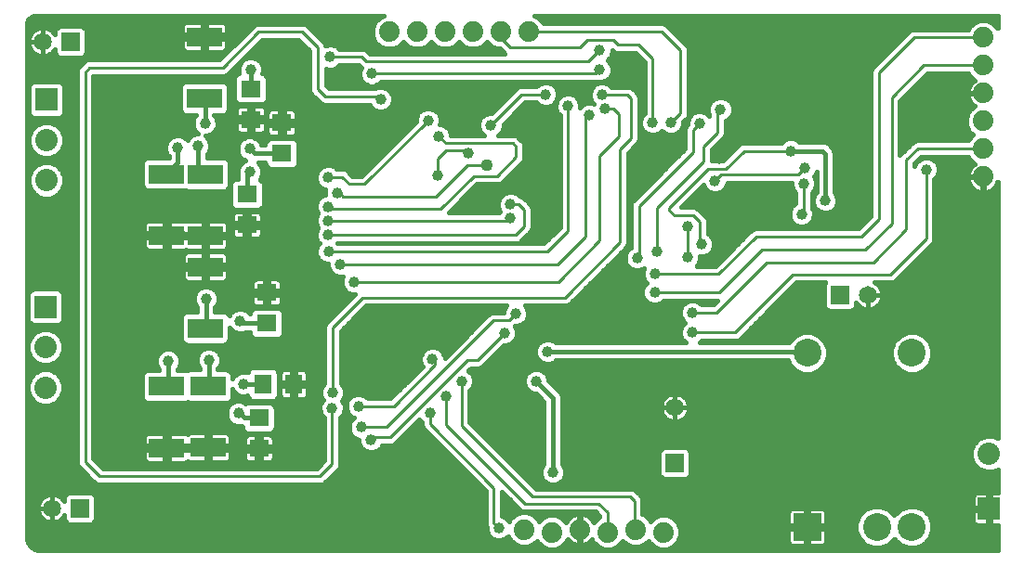
<source format=gbl>
G75*
G70*
%OFA0B0*%
%FSLAX24Y24*%
%IPPOS*%
%LPD*%
%AMOC8*
5,1,8,0,0,1.08239X$1,22.5*
%
%ADD10C,0.1000*%
%ADD11R,0.1000X0.1000*%
%ADD12C,0.0740*%
%ADD13C,0.0650*%
%ADD14R,0.0650X0.0650*%
%ADD15R,0.1260X0.0709*%
%ADD16R,0.0709X0.0630*%
%ADD17R,0.0630X0.0709*%
%ADD18R,0.0800X0.0800*%
%ADD19C,0.0800*%
%ADD20C,0.0397*%
%ADD21C,0.0100*%
%ADD22C,0.0160*%
%ADD23C,0.0436*%
D10*
X028872Y007487D03*
X032622Y007487D03*
X032622Y001237D03*
X031372Y001237D03*
D11*
X028872Y001237D03*
D12*
X023715Y001050D03*
X022715Y001150D03*
X021715Y001050D03*
X020715Y001150D03*
X019715Y001050D03*
X018715Y001150D03*
X035183Y013820D03*
X035183Y014820D03*
X035183Y015820D03*
X035183Y016820D03*
X035183Y017820D03*
X035183Y018820D03*
X018881Y019030D03*
X017881Y019030D03*
X016881Y019030D03*
X015881Y019030D03*
X014881Y019030D03*
X013881Y019030D03*
D13*
X001447Y018667D03*
X024128Y005524D03*
X031060Y009572D03*
X001781Y001913D03*
D14*
X002781Y001913D03*
X024128Y003524D03*
X030060Y009572D03*
X002447Y018667D03*
D15*
X007251Y018841D03*
X007251Y016637D03*
X007283Y013908D03*
X005890Y013916D03*
X005890Y011712D03*
X007283Y011703D03*
X007281Y010583D03*
X007281Y008379D03*
X007385Y006291D03*
X005894Y006286D03*
X005894Y004081D03*
X007385Y004087D03*
D16*
X009206Y004057D03*
X009206Y005160D03*
X009482Y008556D03*
X009482Y009658D03*
X008776Y012088D03*
X008776Y013190D03*
X010024Y014656D03*
X010024Y015759D03*
X008914Y015876D03*
X008914Y016979D03*
D17*
X009351Y006366D03*
X010453Y006366D03*
D18*
X001557Y009146D03*
X001577Y016587D03*
X035395Y001893D03*
D19*
X035395Y003861D03*
X001557Y006250D03*
X001557Y007698D03*
X001577Y013691D03*
X001577Y015139D03*
D20*
X005972Y015819D03*
X007272Y015739D03*
X008402Y015109D03*
X008872Y014819D03*
X008892Y013999D03*
X007022Y014929D03*
X006292Y014859D03*
X008912Y017679D03*
X011762Y018119D03*
X013252Y017519D03*
X013572Y016599D03*
X015272Y015839D03*
X015652Y015279D03*
X016732Y014659D03*
X015632Y013859D03*
X013542Y015159D03*
X011692Y013789D03*
X012012Y013229D03*
X011682Y012749D03*
X011682Y012249D03*
X011692Y011719D03*
X011702Y011129D03*
X012132Y010679D03*
X012612Y010039D03*
X010862Y010839D03*
X007312Y009439D03*
X008532Y008639D03*
X009392Y007279D03*
X008652Y006379D03*
X008472Y005319D03*
X011832Y005499D03*
X012772Y005579D03*
X012872Y004819D03*
X013232Y004359D03*
X015352Y005319D03*
X015932Y005919D03*
X016472Y006479D03*
X015432Y007259D03*
X018012Y008199D03*
X018412Y008899D03*
X019562Y007539D03*
X019152Y006479D03*
X019752Y003199D03*
X017812Y001199D03*
X011852Y006069D03*
X007412Y007239D03*
X005952Y007199D03*
X005952Y008239D03*
X003692Y011339D03*
X002372Y011339D03*
X017532Y015679D03*
X019492Y016779D03*
X020292Y016359D03*
X021052Y016019D03*
X021632Y016259D03*
X021512Y016759D03*
X021432Y017659D03*
X021432Y018359D03*
X025762Y016239D03*
X025012Y015719D03*
X023982Y015759D03*
X023332Y015759D03*
X025712Y014479D03*
X025562Y013679D03*
X028282Y014749D03*
X028782Y014129D03*
X028752Y013579D03*
X029522Y012959D03*
X028672Y012479D03*
X025092Y011399D03*
X024592Y010919D03*
X023492Y011139D03*
X022772Y010899D03*
X023412Y010319D03*
X023402Y009669D03*
X024752Y008939D03*
X024752Y008229D03*
X024592Y012049D03*
X018212Y012319D03*
X018222Y012829D03*
X033152Y014079D03*
X033792Y017219D03*
D21*
X033062Y017819D02*
X035182Y017819D01*
X035183Y017820D01*
X035182Y018819D02*
X035183Y018820D01*
X035182Y018819D02*
X032702Y018819D01*
X031452Y017569D01*
X031452Y012289D01*
X030832Y011669D01*
X027042Y011669D01*
X025692Y010319D01*
X023412Y010319D01*
X023402Y009669D02*
X025732Y009669D01*
X027252Y011189D01*
X030952Y011189D01*
X031902Y012139D01*
X031902Y016659D01*
X033062Y017819D01*
X032842Y014829D02*
X035174Y014829D01*
X035183Y014820D01*
X033152Y014079D02*
X033142Y014069D01*
X033142Y011599D01*
X031852Y010309D01*
X028362Y010309D01*
X026282Y008229D01*
X024752Y008229D01*
X024752Y008939D02*
X025622Y008939D01*
X027432Y010749D01*
X031262Y010749D01*
X032432Y011919D01*
X032432Y014419D01*
X032842Y014829D01*
X028782Y014129D02*
X028552Y013899D01*
X025782Y013899D01*
X025562Y013679D01*
X025322Y014109D02*
X023922Y012709D01*
X023922Y012609D01*
X024102Y012429D01*
X024782Y012429D01*
X025022Y012189D01*
X025022Y011469D01*
X025092Y011399D01*
X024592Y010919D02*
X024592Y012049D01*
X023492Y012699D02*
X025162Y014369D01*
X025162Y014909D01*
X025652Y015399D01*
X025652Y016129D01*
X025762Y016239D01*
X025012Y015719D02*
X024782Y015489D01*
X024782Y014709D01*
X022842Y012769D01*
X022842Y010969D01*
X022772Y010899D01*
X023492Y011139D02*
X023492Y012699D01*
X022152Y011459D02*
X022152Y014799D01*
X022552Y015199D01*
X022552Y016639D01*
X022432Y016759D01*
X021512Y016759D01*
X021632Y016259D02*
X021932Y016259D01*
X022132Y016059D01*
X022132Y015259D01*
X021432Y014559D01*
X021432Y011519D01*
X019952Y010039D01*
X012612Y010039D01*
X012932Y009479D02*
X020172Y009479D01*
X022152Y011459D01*
X020912Y011679D02*
X020912Y015879D01*
X021052Y016019D01*
X020292Y016359D02*
X020292Y011879D01*
X019542Y011129D01*
X011702Y011129D01*
X012132Y010679D02*
X019912Y010679D01*
X020912Y011679D01*
X018712Y012019D02*
X018712Y012639D01*
X018522Y012829D01*
X018222Y012829D01*
X018212Y012319D02*
X018142Y012249D01*
X011682Y012249D01*
X011822Y012659D02*
X011732Y012749D01*
X011682Y012749D01*
X011822Y012659D02*
X015712Y012659D01*
X016902Y013849D01*
X017762Y013849D01*
X018432Y014519D01*
X018432Y014899D01*
X018312Y015019D01*
X015912Y015019D01*
X015652Y015279D01*
X015932Y014759D02*
X016632Y014759D01*
X016732Y014659D01*
X016682Y014239D02*
X017392Y014239D01*
X016682Y014239D02*
X015542Y013099D01*
X012232Y013099D01*
X012102Y013229D01*
X012012Y013229D01*
X012442Y013559D02*
X012192Y013809D01*
X011712Y013809D01*
X011692Y013789D01*
X012442Y013559D02*
X012992Y013559D01*
X015272Y015839D01*
X015932Y014759D02*
X015632Y014459D01*
X015632Y013859D01*
X016742Y012879D02*
X016772Y012879D01*
X016802Y012909D01*
X018132Y012239D02*
X018212Y012319D01*
X018712Y012019D02*
X018412Y011719D01*
X011692Y011719D01*
X012932Y009479D02*
X011852Y008399D01*
X011852Y006069D01*
X011832Y005499D02*
X011832Y003499D01*
X011392Y003059D01*
X003492Y003059D01*
X002972Y003579D01*
X002972Y017579D01*
X003132Y017739D01*
X007912Y017739D01*
X009192Y019019D01*
X010752Y019019D01*
X011312Y018459D01*
X011312Y016979D01*
X011592Y016699D01*
X013472Y016699D01*
X013572Y016599D01*
X013252Y017519D02*
X021292Y017519D01*
X021432Y017659D01*
X021032Y017959D02*
X021432Y018359D01*
X020992Y018739D02*
X021912Y018739D01*
X022092Y018559D01*
X022832Y018559D01*
X023332Y018059D01*
X023332Y015759D01*
X023982Y015759D02*
X024332Y016109D01*
X024332Y018359D01*
X023661Y019030D01*
X018881Y019030D01*
X018232Y018459D02*
X020712Y018459D01*
X020992Y018739D01*
X021032Y017959D02*
X013052Y017959D01*
X012892Y018119D01*
X011762Y018119D01*
X008242Y015109D02*
X008192Y015159D01*
X008242Y015109D02*
X008402Y015109D01*
X017532Y015679D02*
X018632Y016779D01*
X019492Y016779D01*
X018232Y018459D02*
X017881Y018810D01*
X017881Y019030D01*
X025712Y014479D02*
X025742Y014479D01*
X025772Y014509D01*
X025962Y014109D02*
X025322Y014109D01*
X025962Y014109D02*
X026602Y014749D01*
X028282Y014749D01*
X028752Y013579D02*
X028752Y012559D01*
X028672Y012479D01*
X028820Y007539D02*
X028872Y007487D01*
X022672Y002179D02*
X022532Y002319D01*
X019032Y002319D01*
X016472Y004879D01*
X016472Y006479D01*
X015932Y005919D02*
X015932Y004899D01*
X018752Y002079D01*
X021392Y002079D01*
X021712Y001759D01*
X021712Y001052D01*
X021715Y001050D01*
X022672Y001192D02*
X022715Y001150D01*
X022672Y001192D02*
X022672Y002179D01*
X017812Y001199D02*
X017632Y001379D01*
X017632Y002639D01*
X015352Y004919D01*
X015352Y005319D01*
X014052Y005579D02*
X012772Y005579D01*
X012872Y004819D02*
X013792Y004819D01*
X017632Y008659D01*
X018172Y008659D01*
X018412Y008899D01*
X018012Y008199D02*
X017052Y007239D01*
X016682Y007239D01*
X013902Y004459D01*
X013332Y004459D01*
X013232Y004359D01*
X014052Y005579D02*
X015532Y007059D01*
X015532Y007159D01*
X015432Y007259D01*
D22*
X001013Y000540D02*
X000925Y000662D01*
X000878Y000805D01*
X000872Y000881D01*
X000872Y019285D01*
X000878Y019347D01*
X000926Y019462D01*
X001014Y019550D01*
X001129Y019598D01*
X001191Y019604D01*
X013672Y019604D01*
X013535Y019547D01*
X013363Y019375D01*
X013271Y019151D01*
X013271Y018909D01*
X013363Y018684D01*
X013535Y018513D01*
X013759Y018420D01*
X014002Y018420D01*
X014226Y018513D01*
X014381Y018667D01*
X014535Y018513D01*
X014759Y018420D01*
X015002Y018420D01*
X015226Y018513D01*
X015381Y018667D01*
X015535Y018513D01*
X015759Y018420D01*
X016002Y018420D01*
X016226Y018513D01*
X016381Y018667D01*
X016535Y018513D01*
X016759Y018420D01*
X017002Y018420D01*
X017226Y018513D01*
X017381Y018667D01*
X017535Y018513D01*
X017759Y018420D01*
X017861Y018420D01*
X017986Y018294D01*
X018032Y018249D01*
X013172Y018249D01*
X013056Y018365D01*
X012950Y018409D01*
X012092Y018409D01*
X012010Y018490D01*
X011849Y018557D01*
X011675Y018557D01*
X011598Y018525D01*
X011558Y018623D01*
X011476Y018705D01*
X010916Y019265D01*
X010810Y019309D01*
X009134Y019309D01*
X009028Y019265D01*
X008946Y019183D01*
X007792Y018029D01*
X003074Y018029D01*
X002968Y017985D01*
X002886Y017903D01*
X002726Y017743D01*
X002682Y017636D01*
X002682Y003521D01*
X002726Y003414D01*
X002808Y003333D01*
X003328Y002813D01*
X003434Y002769D01*
X011450Y002769D01*
X011556Y002813D01*
X011638Y002894D01*
X012078Y003334D01*
X012122Y003441D01*
X012122Y005169D01*
X012204Y005250D01*
X012271Y005411D01*
X012271Y005586D01*
X012204Y005747D01*
X012177Y005774D01*
X012224Y005820D01*
X012291Y005981D01*
X012291Y006156D01*
X012224Y006317D01*
X012142Y006399D01*
X012142Y008279D01*
X013052Y009189D01*
X018082Y009189D01*
X018040Y009147D01*
X017974Y008986D01*
X017974Y008949D01*
X017574Y008949D01*
X017468Y008905D01*
X017386Y008823D01*
X015871Y007307D01*
X015871Y007346D01*
X015804Y007507D01*
X015680Y007630D01*
X015519Y007697D01*
X015345Y007697D01*
X015184Y007630D01*
X015060Y007507D01*
X014994Y007346D01*
X014994Y007171D01*
X015060Y007010D01*
X015067Y007004D01*
X013932Y005869D01*
X013102Y005869D01*
X013020Y005950D01*
X012859Y006017D01*
X012685Y006017D01*
X012524Y005950D01*
X012400Y005827D01*
X012334Y005666D01*
X012334Y005491D01*
X012400Y005330D01*
X012524Y005207D01*
X012606Y005173D01*
X012500Y005067D01*
X012434Y004906D01*
X012434Y004731D01*
X012500Y004570D01*
X012624Y004447D01*
X012785Y004380D01*
X012794Y004380D01*
X012794Y004271D01*
X012860Y004110D01*
X012984Y003987D01*
X013145Y003920D01*
X013319Y003920D01*
X013480Y003987D01*
X013604Y004110D01*
X013628Y004169D01*
X013960Y004169D01*
X014066Y004213D01*
X014148Y004294D01*
X014964Y005110D01*
X014980Y005070D01*
X015062Y004989D01*
X015062Y004861D01*
X015106Y004754D01*
X017342Y002519D01*
X017342Y001321D01*
X017374Y001245D01*
X017374Y001111D01*
X017440Y000950D01*
X017564Y000827D01*
X017725Y000760D01*
X017899Y000760D01*
X018060Y000827D01*
X018151Y000917D01*
X018198Y000804D01*
X018369Y000632D01*
X018593Y000540D01*
X018836Y000540D01*
X019060Y000632D01*
X019178Y000751D01*
X019198Y000704D01*
X019369Y000532D01*
X019593Y000440D01*
X019836Y000440D01*
X020060Y000532D01*
X020232Y000704D01*
X020278Y000815D01*
X020295Y000791D01*
X020357Y000730D01*
X020427Y000679D01*
X020504Y000640D01*
X020586Y000613D01*
X020672Y000600D01*
X020695Y000600D01*
X020695Y001130D01*
X020735Y001130D01*
X020735Y000600D01*
X020758Y000600D01*
X020844Y000613D01*
X020926Y000640D01*
X021003Y000679D01*
X021073Y000730D01*
X021134Y000791D01*
X021152Y000815D01*
X021198Y000704D01*
X021369Y000532D01*
X021593Y000440D01*
X021836Y000440D01*
X022060Y000532D01*
X022232Y000704D01*
X022251Y000751D01*
X022369Y000632D01*
X022593Y000540D01*
X022836Y000540D01*
X023060Y000632D01*
X023178Y000751D01*
X023198Y000704D01*
X023369Y000532D01*
X023593Y000440D01*
X023836Y000440D01*
X024060Y000532D01*
X024232Y000704D01*
X024325Y000928D01*
X024325Y001171D01*
X024232Y001395D01*
X024060Y001567D01*
X023836Y001660D01*
X023593Y001660D01*
X023369Y001567D01*
X023251Y001449D01*
X023232Y001495D01*
X023060Y001667D01*
X022962Y001707D01*
X022962Y002236D01*
X022918Y002343D01*
X022836Y002425D01*
X022778Y002483D01*
X022696Y002565D01*
X022590Y002609D01*
X019152Y002609D01*
X016762Y004999D01*
X016762Y006149D01*
X016844Y006230D01*
X016911Y006391D01*
X016911Y006566D01*
X016844Y006727D01*
X016720Y006850D01*
X016709Y006855D01*
X016802Y006949D01*
X017110Y006949D01*
X017216Y006993D01*
X017298Y007074D01*
X017984Y007760D01*
X018099Y007760D01*
X018260Y007827D01*
X018384Y007950D01*
X018451Y008111D01*
X018451Y008286D01*
X018384Y008447D01*
X018377Y008454D01*
X018384Y008460D01*
X018499Y008460D01*
X018660Y008527D01*
X018784Y008650D01*
X018851Y008811D01*
X018851Y008986D01*
X018784Y009147D01*
X018742Y009189D01*
X020230Y009189D01*
X020336Y009233D01*
X022316Y011213D01*
X022398Y011294D01*
X022442Y011401D01*
X022442Y014679D01*
X022798Y015034D01*
X022842Y015141D01*
X022842Y016696D01*
X022798Y016803D01*
X022678Y016923D01*
X022596Y017005D01*
X022490Y017049D01*
X021842Y017049D01*
X021760Y017130D01*
X021599Y017197D01*
X021425Y017197D01*
X021264Y017130D01*
X021140Y017007D01*
X021074Y016846D01*
X021074Y016671D01*
X021140Y016510D01*
X021226Y016424D01*
X021225Y016422D01*
X021139Y016457D01*
X020965Y016457D01*
X020804Y016390D01*
X020731Y016317D01*
X020731Y016446D01*
X020664Y016607D01*
X020540Y016730D01*
X020379Y016797D01*
X020205Y016797D01*
X020044Y016730D01*
X019920Y016607D01*
X019854Y016446D01*
X019854Y016271D01*
X019920Y016110D01*
X020002Y016029D01*
X020002Y011999D01*
X019422Y011419D01*
X012032Y011419D01*
X012022Y011429D01*
X018470Y011429D01*
X018576Y011473D01*
X018658Y011554D01*
X018658Y011554D01*
X018876Y011773D01*
X018876Y011773D01*
X018958Y011854D01*
X019002Y011961D01*
X019002Y012696D01*
X018958Y012803D01*
X018768Y012993D01*
X018686Y013075D01*
X018580Y013119D01*
X018552Y013119D01*
X018470Y013200D01*
X018309Y013267D01*
X018135Y013267D01*
X017974Y013200D01*
X017850Y013077D01*
X017784Y012916D01*
X017784Y012741D01*
X017850Y012580D01*
X017852Y012579D01*
X017840Y012567D01*
X017829Y012539D01*
X016002Y012539D01*
X017022Y013559D01*
X017820Y013559D01*
X017926Y013603D01*
X018678Y014354D01*
X018722Y014461D01*
X018722Y014956D01*
X018678Y015063D01*
X018558Y015183D01*
X018476Y015265D01*
X018370Y015309D01*
X017782Y015309D01*
X017904Y015430D01*
X017971Y015591D01*
X017971Y015707D01*
X018752Y016489D01*
X019162Y016489D01*
X019244Y016407D01*
X019405Y016340D01*
X019579Y016340D01*
X019740Y016407D01*
X019864Y016530D01*
X019931Y016691D01*
X019931Y016866D01*
X019864Y017027D01*
X019740Y017150D01*
X019579Y017217D01*
X019405Y017217D01*
X019244Y017150D01*
X019162Y017069D01*
X018574Y017069D01*
X018468Y017025D01*
X017560Y016117D01*
X017445Y016117D01*
X017284Y016050D01*
X017160Y015927D01*
X017094Y015766D01*
X017094Y015591D01*
X017160Y015430D01*
X017282Y015309D01*
X016091Y015309D01*
X016091Y015366D01*
X016024Y015527D01*
X015900Y015650D01*
X015739Y015717D01*
X015696Y015717D01*
X015711Y015751D01*
X015711Y015926D01*
X015644Y016087D01*
X015520Y016210D01*
X015359Y016277D01*
X015185Y016277D01*
X015024Y016210D01*
X014900Y016087D01*
X014834Y015926D01*
X014834Y015810D01*
X012872Y013849D01*
X012562Y013849D01*
X012438Y013973D01*
X012356Y014055D01*
X012250Y014099D01*
X012002Y014099D01*
X011940Y014160D01*
X011779Y014227D01*
X011605Y014227D01*
X011444Y014160D01*
X011320Y014037D01*
X011254Y013876D01*
X011254Y013701D01*
X011320Y013540D01*
X011444Y013417D01*
X011590Y013356D01*
X011574Y013316D01*
X011574Y013178D01*
X011434Y013120D01*
X011310Y012997D01*
X011244Y012836D01*
X011244Y012661D01*
X011310Y012500D01*
X011312Y012499D01*
X011310Y012497D01*
X011244Y012336D01*
X011244Y012161D01*
X011310Y012000D01*
X011332Y011979D01*
X011320Y011967D01*
X011254Y011806D01*
X011254Y011631D01*
X011320Y011470D01*
X011372Y011419D01*
X011330Y011377D01*
X011264Y011216D01*
X011264Y011041D01*
X011330Y010880D01*
X011454Y010757D01*
X011615Y010690D01*
X011694Y010690D01*
X011694Y010591D01*
X011760Y010430D01*
X011884Y010307D01*
X012045Y010240D01*
X012219Y010240D01*
X012221Y010241D01*
X012174Y010126D01*
X012174Y009951D01*
X012240Y009790D01*
X012364Y009667D01*
X012525Y009600D01*
X012644Y009600D01*
X011606Y008563D01*
X011562Y008456D01*
X011562Y006399D01*
X011480Y006317D01*
X011414Y006156D01*
X011414Y005981D01*
X011480Y005820D01*
X011507Y005794D01*
X011460Y005747D01*
X011394Y005586D01*
X011394Y005411D01*
X011460Y005250D01*
X011542Y005169D01*
X011542Y003619D01*
X011272Y003349D01*
X003612Y003349D01*
X003262Y003699D01*
X003262Y017449D01*
X007970Y017449D01*
X008076Y017493D01*
X009312Y018729D01*
X010632Y018729D01*
X011022Y018339D01*
X011022Y016921D01*
X011066Y016814D01*
X011346Y016534D01*
X011428Y016453D01*
X011534Y016409D01*
X013176Y016409D01*
X013200Y016350D01*
X013324Y016227D01*
X013485Y016160D01*
X013659Y016160D01*
X013820Y016227D01*
X013944Y016350D01*
X014011Y016511D01*
X014011Y016686D01*
X013944Y016847D01*
X013820Y016970D01*
X013659Y017037D01*
X013485Y017037D01*
X013368Y016989D01*
X011712Y016989D01*
X011602Y017099D01*
X011602Y017710D01*
X011675Y017680D01*
X011849Y017680D01*
X012010Y017747D01*
X012092Y017829D01*
X012772Y017829D01*
X012867Y017734D01*
X012814Y017606D01*
X012814Y017431D01*
X012880Y017270D01*
X013004Y017147D01*
X013165Y017080D01*
X013339Y017080D01*
X013500Y017147D01*
X013582Y017229D01*
X021325Y017229D01*
X021345Y017220D01*
X021519Y017220D01*
X021680Y017287D01*
X021804Y017410D01*
X021871Y017571D01*
X021871Y017746D01*
X021804Y017907D01*
X021702Y018009D01*
X021804Y018110D01*
X021871Y018271D01*
X021871Y018370D01*
X021928Y018313D01*
X022034Y018269D01*
X022712Y018269D01*
X023042Y017939D01*
X023042Y016089D01*
X022960Y016007D01*
X022894Y015846D01*
X022894Y015671D01*
X022960Y015510D01*
X023084Y015387D01*
X023245Y015320D01*
X023419Y015320D01*
X023580Y015387D01*
X023657Y015464D01*
X023734Y015387D01*
X023895Y015320D01*
X024069Y015320D01*
X024230Y015387D01*
X024354Y015510D01*
X024421Y015671D01*
X024421Y015787D01*
X024578Y015944D01*
X024622Y016051D01*
X024622Y018416D01*
X024578Y018523D01*
X024496Y018605D01*
X023825Y019276D01*
X023719Y019320D01*
X019421Y019320D01*
X019398Y019375D01*
X019226Y019547D01*
X019089Y019604D01*
X035705Y019604D01*
X035705Y019153D01*
X035700Y019166D01*
X035529Y019337D01*
X035304Y019430D01*
X035062Y019430D01*
X034838Y019337D01*
X019414Y019337D01*
X019277Y019496D02*
X035705Y019496D01*
X035705Y019337D02*
X035528Y019337D01*
X035687Y019179D02*
X035705Y019179D01*
X034838Y019337D02*
X034666Y019166D01*
X034642Y019109D01*
X032644Y019109D01*
X032538Y019065D01*
X032456Y018983D01*
X031206Y017733D01*
X031162Y017626D01*
X031162Y012409D01*
X030712Y011959D01*
X026984Y011959D01*
X026878Y011915D01*
X026796Y011833D01*
X025572Y010609D01*
X024902Y010609D01*
X024964Y010670D01*
X025031Y010831D01*
X025031Y010960D01*
X025179Y010960D01*
X025340Y011027D01*
X025464Y011150D01*
X025531Y011311D01*
X025531Y011486D01*
X025464Y011647D01*
X025340Y011770D01*
X025312Y011782D01*
X025312Y012246D01*
X025268Y012353D01*
X025186Y012435D01*
X024946Y012675D01*
X024840Y012719D01*
X024342Y012719D01*
X025150Y013527D01*
X025190Y013430D01*
X025314Y013307D01*
X025475Y013240D01*
X025649Y013240D01*
X025810Y013307D01*
X025934Y013430D01*
X026001Y013591D01*
X026001Y013609D01*
X028314Y013609D01*
X028314Y013491D01*
X028380Y013330D01*
X028462Y013249D01*
X028462Y012866D01*
X028424Y012850D01*
X028300Y012727D01*
X028234Y012566D01*
X028234Y012391D01*
X028300Y012230D01*
X028424Y012107D01*
X028585Y012040D01*
X028759Y012040D01*
X028920Y012107D01*
X029044Y012230D01*
X029111Y012391D01*
X029111Y012566D01*
X029044Y012727D01*
X029042Y012729D01*
X029042Y013249D01*
X029124Y013330D01*
X029191Y013491D01*
X029191Y013666D01*
X029124Y013827D01*
X029112Y013839D01*
X029154Y013880D01*
X029202Y013997D01*
X029202Y013259D01*
X029150Y013207D01*
X029084Y013046D01*
X029084Y012871D01*
X029150Y012710D01*
X029274Y012587D01*
X029435Y012520D01*
X029609Y012520D01*
X029770Y012587D01*
X029894Y012710D01*
X029961Y012871D01*
X029961Y013046D01*
X029894Y013207D01*
X029842Y013259D01*
X029842Y014712D01*
X029793Y014830D01*
X029703Y014920D01*
X029603Y015020D01*
X029486Y015069D01*
X028582Y015069D01*
X028530Y015120D01*
X028369Y015187D01*
X028195Y015187D01*
X028034Y015120D01*
X027952Y015039D01*
X026544Y015039D01*
X026438Y014995D01*
X025842Y014399D01*
X025452Y014399D01*
X025452Y014789D01*
X025816Y015153D01*
X025898Y015234D01*
X025942Y015341D01*
X025942Y015839D01*
X026010Y015867D01*
X026134Y015990D01*
X026201Y016151D01*
X026201Y016326D01*
X026134Y016487D01*
X026010Y016610D01*
X025849Y016677D01*
X025675Y016677D01*
X025514Y016610D01*
X025390Y016487D01*
X025324Y016326D01*
X025324Y016151D01*
X025362Y016059D01*
X025362Y015989D01*
X025260Y016090D01*
X025099Y016157D01*
X024925Y016157D01*
X024764Y016090D01*
X024640Y015967D01*
X024574Y015806D01*
X024574Y015690D01*
X024536Y015653D01*
X024492Y015546D01*
X024492Y014829D01*
X022678Y013015D01*
X022596Y012933D01*
X022552Y012826D01*
X022552Y011282D01*
X022524Y011270D01*
X022400Y011147D01*
X022334Y010986D01*
X022334Y010811D01*
X022400Y010650D01*
X022524Y010527D01*
X022685Y010460D01*
X022859Y010460D01*
X023020Y010527D01*
X023026Y010533D01*
X022974Y010406D01*
X022974Y010231D01*
X023040Y010070D01*
X023112Y009999D01*
X023030Y009917D01*
X022964Y009756D01*
X022964Y009581D01*
X023030Y009420D01*
X023154Y009297D01*
X023315Y009230D01*
X023489Y009230D01*
X023650Y009297D01*
X023732Y009379D01*
X025652Y009379D01*
X025502Y009229D01*
X025082Y009229D01*
X025000Y009310D01*
X024839Y009377D01*
X024665Y009377D01*
X024504Y009310D01*
X024380Y009187D01*
X024314Y009026D01*
X024314Y008851D01*
X024380Y008690D01*
X024487Y008584D01*
X024380Y008477D01*
X024314Y008316D01*
X024314Y008141D01*
X024380Y007980D01*
X024502Y007859D01*
X019862Y007859D01*
X019810Y007910D01*
X019649Y007977D01*
X019475Y007977D01*
X019314Y007910D01*
X019190Y007787D01*
X019124Y007626D01*
X019124Y007451D01*
X019190Y007290D01*
X019314Y007167D01*
X019475Y007100D01*
X019649Y007100D01*
X019810Y007167D01*
X019862Y007219D01*
X028182Y007219D01*
X028244Y007068D01*
X028452Y006859D01*
X028724Y006747D01*
X029019Y006747D01*
X029291Y006859D01*
X029499Y007068D01*
X029612Y007340D01*
X029612Y007634D01*
X029499Y007906D01*
X029291Y008114D01*
X029019Y008227D01*
X028724Y008227D01*
X028452Y008114D01*
X028244Y007906D01*
X028225Y007859D01*
X025002Y007859D01*
X025082Y007939D01*
X026340Y007939D01*
X026446Y007983D01*
X028482Y010019D01*
X029525Y010019D01*
X029495Y009945D01*
X029495Y009199D01*
X029531Y009111D01*
X029599Y009044D01*
X029687Y009007D01*
X030432Y009007D01*
X030520Y009044D01*
X030588Y009111D01*
X030625Y009199D01*
X030625Y009313D01*
X030628Y009307D01*
X030674Y009243D01*
X030731Y009187D01*
X030795Y009140D01*
X030866Y009104D01*
X030941Y009079D01*
X031020Y009067D01*
X031060Y009067D01*
X031099Y009067D01*
X031178Y009079D01*
X031253Y009104D01*
X031324Y009140D01*
X031389Y009187D01*
X031445Y009243D01*
X031491Y009307D01*
X031528Y009378D01*
X031552Y009454D01*
X031565Y009532D01*
X031565Y009572D01*
X031060Y009572D01*
X031060Y009572D01*
X031565Y009572D01*
X031565Y009612D01*
X031552Y009690D01*
X031528Y009766D01*
X031491Y009837D01*
X031445Y009901D01*
X031389Y009957D01*
X031324Y010004D01*
X031295Y010019D01*
X031910Y010019D01*
X032016Y010063D01*
X033306Y011353D01*
X033388Y011434D01*
X033432Y011541D01*
X033432Y013739D01*
X033524Y013830D01*
X033591Y013991D01*
X033591Y014166D01*
X033524Y014327D01*
X033400Y014450D01*
X033239Y014517D01*
X033065Y014517D01*
X032904Y014450D01*
X032780Y014327D01*
X032722Y014186D01*
X032722Y014299D01*
X032962Y014539D01*
X034639Y014539D01*
X034666Y014474D01*
X034838Y014303D01*
X034885Y014283D01*
X034825Y014240D01*
X034764Y014178D01*
X034713Y014108D01*
X034673Y014031D01*
X034647Y013949D01*
X034633Y013863D01*
X034633Y013840D01*
X035163Y013840D01*
X035163Y013800D01*
X034633Y013800D01*
X034633Y013777D01*
X034647Y013691D01*
X034673Y013609D01*
X034713Y013532D01*
X034764Y013462D01*
X034825Y013400D01*
X034895Y013350D01*
X034972Y013310D01*
X035054Y013284D01*
X035140Y013270D01*
X035163Y013270D01*
X035163Y013800D01*
X035203Y013800D01*
X035203Y013270D01*
X035226Y013270D01*
X035312Y013284D01*
X035394Y013310D01*
X035471Y013350D01*
X035541Y013400D01*
X035603Y013462D01*
X035653Y013532D01*
X035693Y013609D01*
X035705Y013648D01*
X035705Y004425D01*
X035522Y004501D01*
X035267Y004501D01*
X035032Y004404D01*
X034852Y004224D01*
X034755Y003988D01*
X034755Y003734D01*
X034852Y003499D01*
X035032Y003319D01*
X035267Y003221D01*
X035522Y003221D01*
X035705Y003297D01*
X035705Y002473D01*
X035443Y002473D01*
X035443Y001941D01*
X035347Y001941D01*
X035347Y002473D01*
X034971Y002473D01*
X034925Y002460D01*
X034884Y002437D01*
X034851Y002403D01*
X034827Y002362D01*
X034815Y002316D01*
X034815Y001941D01*
X035347Y001941D01*
X035347Y001845D01*
X034815Y001845D01*
X034815Y001469D01*
X034827Y001423D01*
X034851Y001382D01*
X034884Y001349D01*
X034925Y001325D01*
X034971Y001313D01*
X035347Y001313D01*
X035347Y001845D01*
X035443Y001845D01*
X035443Y001313D01*
X035705Y001313D01*
X035705Y000399D01*
X001354Y000399D01*
X001279Y000405D01*
X001135Y000451D01*
X001013Y000540D01*
X001102Y000476D02*
X019506Y000476D01*
X019268Y000634D02*
X019062Y000634D01*
X018368Y000634D02*
X000945Y000634D01*
X000882Y000793D02*
X017647Y000793D01*
X017440Y000951D02*
X000872Y000951D01*
X000872Y001110D02*
X017374Y001110D01*
X017364Y001268D02*
X000872Y001268D01*
X000872Y001427D02*
X001643Y001427D01*
X001663Y001420D02*
X001741Y001408D01*
X001781Y001408D01*
X001781Y001913D01*
X001781Y002418D01*
X001741Y002418D01*
X001663Y002405D01*
X001587Y002381D01*
X001516Y002345D01*
X001452Y002298D01*
X001396Y002242D01*
X001349Y002177D01*
X001313Y002107D01*
X001289Y002031D01*
X001276Y001952D01*
X001276Y001913D01*
X001781Y001913D01*
X001781Y001913D01*
X001781Y002418D01*
X001821Y002418D01*
X001899Y002405D01*
X001975Y002381D01*
X002046Y002345D01*
X002110Y002298D01*
X002166Y002242D01*
X002213Y002177D01*
X002216Y002171D01*
X002216Y002285D01*
X002253Y002374D01*
X002320Y002441D01*
X002408Y002478D01*
X003154Y002478D01*
X003242Y002441D01*
X003310Y002374D01*
X003346Y002285D01*
X003346Y001540D01*
X003310Y001452D01*
X003242Y001384D01*
X003154Y001348D01*
X002408Y001348D01*
X002320Y001384D01*
X002253Y001452D01*
X002216Y001540D01*
X002216Y001654D01*
X002213Y001648D01*
X002166Y001584D01*
X002110Y001527D01*
X002046Y001481D01*
X001975Y001445D01*
X001899Y001420D01*
X001821Y001408D01*
X001781Y001408D01*
X001781Y001913D01*
X001781Y001913D01*
X001276Y001913D01*
X001276Y001873D01*
X001289Y001794D01*
X001313Y001719D01*
X001349Y001648D01*
X001396Y001584D01*
X001452Y001527D01*
X001516Y001481D01*
X001587Y001445D01*
X001663Y001420D01*
X001781Y001427D02*
X001781Y001427D01*
X001920Y001427D02*
X002278Y001427D01*
X002216Y001585D02*
X002167Y001585D01*
X001781Y001585D02*
X001781Y001585D01*
X001781Y001744D02*
X001781Y001744D01*
X001781Y001902D02*
X001781Y001902D01*
X001781Y001913D02*
X001781Y001913D01*
X001781Y002061D02*
X001781Y002061D01*
X001781Y002219D02*
X001781Y002219D01*
X001781Y002378D02*
X001781Y002378D01*
X001581Y002378D02*
X000872Y002378D01*
X000872Y002536D02*
X017324Y002536D01*
X017342Y002378D02*
X003306Y002378D01*
X003346Y002219D02*
X017342Y002219D01*
X017342Y002061D02*
X003346Y002061D01*
X003346Y001902D02*
X017342Y001902D01*
X017342Y001744D02*
X003346Y001744D01*
X003346Y001585D02*
X017342Y001585D01*
X017342Y001427D02*
X003284Y001427D01*
X002216Y002219D02*
X002183Y002219D01*
X002257Y002378D02*
X001981Y002378D01*
X001380Y002219D02*
X000872Y002219D01*
X000872Y002061D02*
X001298Y002061D01*
X001276Y001902D02*
X000872Y001902D01*
X000872Y001744D02*
X001305Y001744D01*
X001395Y001585D02*
X000872Y001585D01*
X000872Y002695D02*
X017166Y002695D01*
X017007Y002853D02*
X011597Y002853D01*
X011755Y003012D02*
X016849Y003012D01*
X016690Y003170D02*
X011914Y003170D01*
X012072Y003329D02*
X016532Y003329D01*
X016373Y003487D02*
X012122Y003487D01*
X012122Y003646D02*
X016215Y003646D01*
X016056Y003804D02*
X012122Y003804D01*
X012122Y003963D02*
X013042Y003963D01*
X012856Y004121D02*
X012122Y004121D01*
X012122Y004280D02*
X012794Y004280D01*
X012645Y004438D02*
X012122Y004438D01*
X012122Y004597D02*
X012490Y004597D01*
X012434Y004755D02*
X012122Y004755D01*
X012122Y004914D02*
X012437Y004914D01*
X012506Y005072D02*
X012122Y005072D01*
X012184Y005231D02*
X012500Y005231D01*
X012376Y005389D02*
X012261Y005389D01*
X012271Y005548D02*
X012334Y005548D01*
X012350Y005706D02*
X012221Y005706D01*
X012242Y005865D02*
X012438Y005865D01*
X012291Y006023D02*
X014087Y006023D01*
X014245Y006182D02*
X012280Y006182D01*
X012201Y006340D02*
X014404Y006340D01*
X014562Y006499D02*
X012142Y006499D01*
X012142Y006657D02*
X014721Y006657D01*
X014879Y006816D02*
X012142Y006816D01*
X012142Y006974D02*
X015038Y006974D01*
X015010Y007133D02*
X012142Y007133D01*
X012142Y007291D02*
X014994Y007291D01*
X015037Y007450D02*
X012142Y007450D01*
X012142Y007608D02*
X015162Y007608D01*
X015703Y007608D02*
X016172Y007608D01*
X016330Y007767D02*
X012142Y007767D01*
X012142Y007925D02*
X016489Y007925D01*
X016647Y008084D02*
X012142Y008084D01*
X012142Y008242D02*
X016806Y008242D01*
X016964Y008401D02*
X012264Y008401D01*
X012423Y008559D02*
X017123Y008559D01*
X017281Y008718D02*
X012581Y008718D01*
X012740Y008876D02*
X017440Y008876D01*
X017994Y009035D02*
X012898Y009035D01*
X012554Y009510D02*
X010017Y009510D01*
X010017Y009581D02*
X010017Y009319D01*
X010004Y009274D01*
X009981Y009233D01*
X009947Y009199D01*
X009906Y009175D01*
X009860Y009163D01*
X009560Y009163D01*
X009560Y009581D01*
X009560Y009736D01*
X009405Y009736D01*
X009405Y010153D01*
X009104Y010153D01*
X009059Y010141D01*
X009018Y010117D01*
X008984Y010084D01*
X008960Y010042D01*
X008948Y009997D01*
X008948Y009736D01*
X009405Y009736D01*
X009405Y009581D01*
X008948Y009581D01*
X008948Y009319D01*
X008960Y009274D01*
X008984Y009233D01*
X009018Y009199D01*
X009059Y009175D01*
X009104Y009163D01*
X009405Y009163D01*
X009405Y009581D01*
X009560Y009581D01*
X010017Y009581D01*
X010017Y009736D02*
X010017Y009997D01*
X010004Y010042D01*
X009981Y010084D01*
X009947Y010117D01*
X009906Y010141D01*
X009860Y010153D01*
X009560Y010153D01*
X009560Y009736D01*
X010017Y009736D01*
X010017Y009827D02*
X012225Y009827D01*
X012174Y009986D02*
X010017Y009986D01*
X009893Y010144D02*
X012181Y010144D01*
X011894Y010303D02*
X008091Y010303D01*
X008091Y010205D02*
X008091Y010503D01*
X007361Y010503D01*
X007361Y010049D01*
X007935Y010049D01*
X007981Y010061D01*
X008022Y010085D01*
X008055Y010119D01*
X008079Y010160D01*
X008091Y010205D01*
X008070Y010144D02*
X009071Y010144D01*
X008948Y009986D02*
X003262Y009986D01*
X003262Y010144D02*
X006492Y010144D01*
X006483Y010160D02*
X006507Y010119D01*
X006541Y010085D01*
X006582Y010061D01*
X006627Y010049D01*
X007201Y010049D01*
X007201Y010503D01*
X007361Y010503D01*
X007361Y010663D01*
X008091Y010663D01*
X008091Y010961D01*
X008079Y011007D01*
X008055Y011048D01*
X008022Y011082D01*
X007981Y011105D01*
X007935Y011118D01*
X007361Y011118D01*
X007361Y010663D01*
X007201Y010663D01*
X007201Y010503D01*
X006471Y010503D01*
X006471Y010205D01*
X006483Y010160D01*
X006471Y010303D02*
X003262Y010303D01*
X003262Y010461D02*
X006471Y010461D01*
X006471Y010663D02*
X006471Y010961D01*
X006483Y011007D01*
X006507Y011048D01*
X006541Y011082D01*
X006582Y011105D01*
X006627Y011118D01*
X007201Y011118D01*
X007201Y010663D01*
X006471Y010663D01*
X006471Y010778D02*
X003262Y010778D01*
X003262Y010620D02*
X007201Y010620D01*
X007201Y010778D02*
X007361Y010778D01*
X007361Y010620D02*
X011694Y010620D01*
X011748Y010461D02*
X008091Y010461D01*
X008091Y010778D02*
X011433Y010778D01*
X011307Y010937D02*
X008091Y010937D01*
X007998Y011095D02*
X011264Y011095D01*
X011279Y011254D02*
X008066Y011254D01*
X008057Y011238D02*
X008081Y011279D01*
X008093Y011325D01*
X008093Y011623D01*
X007363Y011623D01*
X007363Y011169D01*
X007937Y011169D01*
X007982Y011181D01*
X008023Y011205D01*
X008057Y011238D01*
X008093Y011412D02*
X011366Y011412D01*
X011279Y011571D02*
X008093Y011571D01*
X008278Y011663D02*
X008311Y011629D01*
X008352Y011605D01*
X008398Y011593D01*
X008699Y011593D01*
X008699Y012011D01*
X008242Y012011D01*
X008242Y011749D01*
X008254Y011704D01*
X008278Y011663D01*
X008247Y011729D02*
X007363Y011729D01*
X007363Y011783D02*
X007363Y011623D01*
X007203Y011623D01*
X007203Y011169D01*
X006629Y011169D01*
X006584Y011181D01*
X006575Y011186D01*
X006544Y011177D01*
X005970Y011177D01*
X005970Y011632D01*
X005970Y011792D01*
X005810Y011792D01*
X005810Y012246D01*
X005236Y012246D01*
X005191Y012234D01*
X005150Y012210D01*
X005116Y012176D01*
X005092Y012135D01*
X005080Y012090D01*
X005080Y011792D01*
X005810Y011792D01*
X005810Y011632D01*
X005080Y011632D01*
X005080Y011334D01*
X005092Y011288D01*
X005116Y011247D01*
X005150Y011213D01*
X005191Y011190D01*
X005236Y011177D01*
X005810Y011177D01*
X005810Y011632D01*
X005970Y011632D01*
X006700Y011632D01*
X006700Y011623D01*
X007203Y011623D01*
X007203Y011783D01*
X006473Y011783D01*
X006473Y011792D01*
X005970Y011792D01*
X005970Y012246D01*
X006544Y012246D01*
X006589Y012234D01*
X006598Y012229D01*
X006629Y012237D01*
X007203Y012237D01*
X007203Y011783D01*
X007363Y011783D01*
X008093Y011783D01*
X008093Y012081D01*
X008081Y012127D01*
X008057Y012168D01*
X008023Y012201D01*
X007982Y012225D01*
X007937Y012237D01*
X007363Y012237D01*
X007363Y011783D01*
X007363Y011888D02*
X007203Y011888D01*
X007203Y012046D02*
X007363Y012046D01*
X007363Y012205D02*
X007203Y012205D01*
X008018Y012205D02*
X008242Y012205D01*
X008242Y012166D02*
X008699Y012166D01*
X008699Y012583D01*
X008398Y012583D01*
X008352Y012571D01*
X008311Y012547D01*
X008278Y012514D01*
X008254Y012473D01*
X008242Y012427D01*
X008242Y012166D01*
X008093Y012046D02*
X008699Y012046D01*
X008699Y012011D02*
X008699Y012166D01*
X008854Y012166D01*
X008854Y012583D01*
X009154Y012583D01*
X009200Y012571D01*
X009241Y012547D01*
X009275Y012514D01*
X009298Y012473D01*
X009311Y012427D01*
X009311Y012166D01*
X008854Y012166D01*
X008854Y012011D01*
X009311Y012011D01*
X009311Y011749D01*
X009298Y011704D01*
X009275Y011663D01*
X009241Y011629D01*
X009200Y011605D01*
X009154Y011593D01*
X008854Y011593D01*
X008854Y012011D01*
X008699Y012011D01*
X008699Y011888D02*
X008854Y011888D01*
X008854Y012046D02*
X011291Y012046D01*
X011288Y011888D02*
X009311Y011888D01*
X009305Y011729D02*
X011254Y011729D01*
X012022Y011429D02*
X012022Y011429D01*
X011244Y012205D02*
X009311Y012205D01*
X009311Y012363D02*
X011255Y012363D01*
X011302Y012522D02*
X009266Y012522D01*
X009178Y012636D02*
X009266Y012672D01*
X009334Y012740D01*
X009371Y012828D01*
X009371Y013553D01*
X009334Y013641D01*
X009266Y013709D01*
X009235Y013722D01*
X009264Y013750D01*
X009331Y013911D01*
X009331Y014086D01*
X009264Y014247D01*
X009174Y014336D01*
X009430Y014336D01*
X009430Y014294D01*
X009466Y014206D01*
X009534Y014138D01*
X009622Y014101D01*
X010426Y014101D01*
X010514Y014138D01*
X010582Y014206D01*
X010618Y014294D01*
X010618Y015019D01*
X010582Y015107D01*
X010514Y015175D01*
X010426Y015211D01*
X009622Y015211D01*
X009534Y015175D01*
X009466Y015107D01*
X009430Y015019D01*
X009430Y014976D01*
X009281Y014976D01*
X009244Y015067D01*
X009120Y015190D01*
X008959Y015257D01*
X008785Y015257D01*
X008624Y015190D01*
X008500Y015067D01*
X008434Y014906D01*
X008434Y014731D01*
X008500Y014570D01*
X008624Y014447D01*
X008726Y014405D01*
X008644Y014370D01*
X008520Y014247D01*
X008454Y014086D01*
X008454Y013911D01*
X008456Y013905D01*
X008456Y013745D01*
X008374Y013745D01*
X008286Y013709D01*
X008218Y013641D01*
X008182Y013553D01*
X008182Y012828D01*
X008218Y012740D01*
X008286Y012672D01*
X008374Y012636D01*
X009178Y012636D01*
X009275Y012680D02*
X011244Y012680D01*
X011245Y012839D02*
X009371Y012839D01*
X009371Y012997D02*
X011311Y012997D01*
X011519Y013156D02*
X009371Y013156D01*
X009371Y013314D02*
X011574Y013314D01*
X011388Y013473D02*
X009371Y013473D01*
X009338Y013631D02*
X011283Y013631D01*
X011254Y013790D02*
X009280Y013790D01*
X009331Y013948D02*
X011284Y013948D01*
X011390Y014107D02*
X010439Y014107D01*
X010607Y014265D02*
X013289Y014265D01*
X013447Y014424D02*
X010618Y014424D01*
X010618Y014582D02*
X013606Y014582D01*
X013764Y014741D02*
X010618Y014741D01*
X010618Y014899D02*
X013923Y014899D01*
X014081Y015058D02*
X010602Y015058D01*
X010489Y015300D02*
X010522Y015333D01*
X010546Y015374D01*
X010558Y015420D01*
X010558Y015681D01*
X010102Y015681D01*
X010102Y015836D01*
X010558Y015836D01*
X010558Y016097D01*
X010546Y016143D01*
X010522Y016184D01*
X010489Y016218D01*
X010448Y016242D01*
X010402Y016254D01*
X010102Y016254D01*
X010102Y015836D01*
X009947Y015836D01*
X009947Y016254D01*
X009646Y016254D01*
X009600Y016242D01*
X009559Y016218D01*
X009526Y016184D01*
X009502Y016143D01*
X009490Y016097D01*
X009490Y015836D01*
X009947Y015836D01*
X009947Y015681D01*
X010102Y015681D01*
X010102Y015264D01*
X010402Y015264D01*
X010448Y015276D01*
X010489Y015300D01*
X010546Y015375D02*
X014398Y015375D01*
X014557Y015533D02*
X010558Y015533D01*
X010102Y015533D02*
X009947Y015533D01*
X009947Y015681D02*
X009947Y015264D01*
X009646Y015264D01*
X009600Y015276D01*
X009559Y015300D01*
X009526Y015333D01*
X009502Y015374D01*
X009490Y015420D01*
X009490Y015681D01*
X009947Y015681D01*
X009947Y015692D02*
X009448Y015692D01*
X009448Y015799D02*
X008992Y015799D01*
X008992Y015954D01*
X009448Y015954D01*
X009448Y016215D01*
X009436Y016261D01*
X009412Y016302D01*
X009379Y016335D01*
X009338Y016359D01*
X009292Y016371D01*
X008991Y016371D01*
X008991Y015954D01*
X008837Y015954D01*
X008837Y016371D01*
X008536Y016371D01*
X008490Y016359D01*
X008449Y016335D01*
X008416Y016302D01*
X008392Y016261D01*
X008380Y016215D01*
X008380Y015954D01*
X008837Y015954D01*
X008837Y015799D01*
X008991Y015799D01*
X008991Y015381D01*
X009292Y015381D01*
X009338Y015394D01*
X009379Y015417D01*
X009412Y015451D01*
X009436Y015492D01*
X009448Y015538D01*
X009448Y015799D01*
X009490Y015850D02*
X008992Y015850D01*
X008837Y015850D02*
X007700Y015850D01*
X007711Y015826D02*
X007644Y015987D01*
X007592Y016039D01*
X007592Y016042D01*
X007929Y016042D01*
X008017Y016079D01*
X008084Y016146D01*
X008121Y016235D01*
X008121Y017039D01*
X008084Y017127D01*
X008017Y017195D01*
X007929Y017231D01*
X006573Y017231D01*
X006485Y017195D01*
X006417Y017127D01*
X006381Y017039D01*
X006381Y016235D01*
X006417Y016146D01*
X006485Y016079D01*
X006573Y016042D01*
X006952Y016042D01*
X006952Y016039D01*
X006900Y015987D01*
X006834Y015826D01*
X006834Y015651D01*
X006900Y015490D01*
X007024Y015367D01*
X006935Y015367D01*
X006774Y015300D01*
X006650Y015177D01*
X006634Y015137D01*
X006540Y015230D01*
X006379Y015297D01*
X006205Y015297D01*
X006044Y015230D01*
X005920Y015107D01*
X005854Y014946D01*
X005854Y014771D01*
X005920Y014610D01*
X005972Y014559D01*
X005972Y014511D01*
X005212Y014511D01*
X005124Y014474D01*
X005057Y014407D01*
X005020Y014318D01*
X005020Y013514D01*
X005057Y013426D01*
X005124Y013359D01*
X005212Y013322D01*
X006568Y013322D01*
X006576Y013326D01*
X006605Y013313D01*
X007961Y013313D01*
X008049Y013350D01*
X008116Y013418D01*
X008153Y013506D01*
X008153Y014310D01*
X008116Y014398D01*
X008049Y014466D01*
X007961Y014502D01*
X007342Y014502D01*
X007342Y014629D01*
X007394Y014680D01*
X007461Y014841D01*
X007461Y015016D01*
X007394Y015177D01*
X007271Y015300D01*
X007359Y015300D01*
X007520Y015367D01*
X007644Y015490D01*
X007711Y015651D01*
X007711Y015826D01*
X007711Y015692D02*
X008380Y015692D01*
X008380Y015799D02*
X008380Y015538D01*
X008392Y015492D01*
X008416Y015451D01*
X008449Y015417D01*
X008490Y015394D01*
X008536Y015381D01*
X008837Y015381D01*
X008837Y015799D01*
X008380Y015799D01*
X008380Y016009D02*
X007622Y016009D01*
X008093Y016167D02*
X008380Y016167D01*
X008440Y016326D02*
X008121Y016326D01*
X008121Y016484D02*
X008400Y016484D01*
X008424Y016460D02*
X008512Y016424D01*
X009316Y016424D01*
X009404Y016460D01*
X009472Y016528D01*
X009508Y016616D01*
X009508Y017341D01*
X009472Y017430D01*
X009404Y017497D01*
X009325Y017530D01*
X009351Y017591D01*
X009351Y017766D01*
X009284Y017927D01*
X009160Y018050D01*
X008999Y018117D01*
X008825Y018117D01*
X008664Y018050D01*
X008540Y017927D01*
X008474Y017766D01*
X008474Y017591D01*
X008500Y017529D01*
X008424Y017497D01*
X008356Y017430D01*
X008320Y017341D01*
X008320Y016616D01*
X008356Y016528D01*
X008424Y016460D01*
X008320Y016643D02*
X008121Y016643D01*
X008121Y016801D02*
X008320Y016801D01*
X008320Y016960D02*
X008121Y016960D01*
X008088Y017118D02*
X008320Y017118D01*
X008320Y017277D02*
X003262Y017277D01*
X003262Y017435D02*
X008362Y017435D01*
X008474Y017594D02*
X008177Y017594D01*
X008336Y017752D02*
X008474Y017752D01*
X008494Y017911D02*
X008534Y017911D01*
X008653Y018069D02*
X008709Y018069D01*
X008811Y018228D02*
X011022Y018228D01*
X011022Y018069D02*
X009115Y018069D01*
X009291Y017911D02*
X011022Y017911D01*
X011022Y017752D02*
X009351Y017752D01*
X009351Y017594D02*
X011022Y017594D01*
X011022Y017435D02*
X009466Y017435D01*
X009508Y017277D02*
X011022Y017277D01*
X011022Y017118D02*
X009508Y017118D01*
X009508Y016960D02*
X011022Y016960D01*
X011079Y016801D02*
X009508Y016801D01*
X009508Y016643D02*
X011238Y016643D01*
X011396Y016484D02*
X009428Y016484D01*
X009388Y016326D02*
X013225Y016326D01*
X013468Y016167D02*
X010532Y016167D01*
X010558Y016009D02*
X014868Y016009D01*
X014834Y015850D02*
X010558Y015850D01*
X010102Y015850D02*
X009947Y015850D01*
X009947Y016009D02*
X010102Y016009D01*
X010102Y016167D02*
X009947Y016167D01*
X009516Y016167D02*
X009448Y016167D01*
X009448Y016009D02*
X009490Y016009D01*
X008991Y016009D02*
X008837Y016009D01*
X008837Y016167D02*
X008991Y016167D01*
X008991Y016326D02*
X008837Y016326D01*
X008837Y015692D02*
X008991Y015692D01*
X008991Y015533D02*
X008837Y015533D01*
X008686Y015216D02*
X007355Y015216D01*
X007443Y015058D02*
X008497Y015058D01*
X008434Y014899D02*
X007461Y014899D01*
X007419Y014741D02*
X008434Y014741D01*
X008496Y014582D02*
X007342Y014582D01*
X007022Y014929D02*
X007022Y014169D01*
X007283Y013908D01*
X007392Y014017D01*
X007272Y013919D02*
X007283Y013908D01*
X006292Y014318D02*
X005890Y013916D01*
X006292Y014318D02*
X006292Y014859D01*
X005900Y015058D02*
X003262Y015058D01*
X003262Y015216D02*
X006030Y015216D01*
X006555Y015216D02*
X006690Y015216D01*
X007016Y015375D02*
X003262Y015375D01*
X003262Y015533D02*
X006883Y015533D01*
X006834Y015692D02*
X003262Y015692D01*
X003262Y015850D02*
X006844Y015850D01*
X006922Y016009D02*
X003262Y016009D01*
X003262Y016167D02*
X006409Y016167D01*
X006381Y016326D02*
X003262Y016326D01*
X003262Y016484D02*
X006381Y016484D01*
X006381Y016643D02*
X003262Y016643D01*
X003262Y016801D02*
X006381Y016801D01*
X006381Y016960D02*
X003262Y016960D01*
X003262Y017118D02*
X006414Y017118D01*
X007251Y016637D02*
X007272Y016616D01*
X007272Y015739D01*
X007662Y015533D02*
X008381Y015533D01*
X008192Y015159D02*
X008172Y015139D01*
X007528Y015375D02*
X009502Y015375D01*
X009490Y015533D02*
X009447Y015533D01*
X009058Y015216D02*
X014240Y015216D01*
X014715Y015692D02*
X010102Y015692D01*
X010102Y015375D02*
X009947Y015375D01*
X009446Y015058D02*
X009248Y015058D01*
X008872Y014819D02*
X009034Y014656D01*
X010024Y014656D01*
X009442Y014265D02*
X009246Y014265D01*
X009322Y014107D02*
X009610Y014107D01*
X008892Y013999D02*
X008776Y013883D01*
X008776Y013190D01*
X008182Y013156D02*
X003262Y013156D01*
X003262Y013314D02*
X006604Y013314D01*
X007962Y013314D02*
X008182Y013314D01*
X008182Y013473D02*
X008139Y013473D01*
X008153Y013631D02*
X008214Y013631D01*
X008153Y013790D02*
X008456Y013790D01*
X008454Y013948D02*
X008153Y013948D01*
X008153Y014107D02*
X008462Y014107D01*
X008539Y014265D02*
X008153Y014265D01*
X008091Y014424D02*
X008680Y014424D01*
X008182Y012997D02*
X003262Y012997D01*
X003262Y012839D02*
X008182Y012839D01*
X008278Y012680D02*
X003262Y012680D01*
X003262Y012522D02*
X008286Y012522D01*
X008242Y012363D02*
X003262Y012363D01*
X003262Y012205D02*
X005144Y012205D01*
X005080Y012046D02*
X003262Y012046D01*
X003262Y011888D02*
X005080Y011888D01*
X005080Y011571D02*
X003262Y011571D01*
X003262Y011729D02*
X005810Y011729D01*
X005810Y011571D02*
X005970Y011571D01*
X005970Y011729D02*
X007203Y011729D01*
X007203Y011571D02*
X007363Y011571D01*
X007363Y011412D02*
X007203Y011412D01*
X007203Y011254D02*
X007363Y011254D01*
X007361Y011095D02*
X007201Y011095D01*
X007201Y010937D02*
X007361Y010937D01*
X007361Y010461D02*
X007201Y010461D01*
X007201Y010303D02*
X007361Y010303D01*
X007361Y010144D02*
X007201Y010144D01*
X007225Y009877D02*
X007064Y009810D01*
X006940Y009687D01*
X006874Y009526D01*
X006874Y009351D01*
X006940Y009190D01*
X006992Y009139D01*
X006992Y008973D01*
X006603Y008973D01*
X006515Y008936D01*
X006448Y008869D01*
X006411Y008781D01*
X006411Y007977D01*
X006448Y007888D01*
X006515Y007821D01*
X006603Y007784D01*
X007959Y007784D01*
X008047Y007821D01*
X008114Y007888D01*
X008151Y007977D01*
X008151Y008413D01*
X008160Y008390D01*
X008284Y008267D01*
X008445Y008200D01*
X008619Y008200D01*
X008705Y008236D01*
X008888Y008236D01*
X008888Y008193D01*
X008925Y008105D01*
X008992Y008037D01*
X009080Y008001D01*
X009884Y008001D01*
X009973Y008037D01*
X010040Y008105D01*
X010077Y008193D01*
X010077Y008918D01*
X010040Y009007D01*
X009973Y009074D01*
X009884Y009111D01*
X009080Y009111D01*
X008992Y009074D01*
X008925Y009007D01*
X008888Y008918D01*
X008888Y008903D01*
X008780Y009010D01*
X008619Y009077D01*
X008445Y009077D01*
X008284Y009010D01*
X008160Y008887D01*
X008134Y008822D01*
X008114Y008869D01*
X008047Y008936D01*
X007959Y008973D01*
X007632Y008973D01*
X007632Y009139D01*
X007684Y009190D01*
X007751Y009351D01*
X007751Y009526D01*
X007684Y009687D01*
X007560Y009810D01*
X007399Y009877D01*
X007225Y009877D01*
X007104Y009827D02*
X003262Y009827D01*
X003262Y009669D02*
X006933Y009669D01*
X006874Y009510D02*
X003262Y009510D01*
X003262Y009352D02*
X006874Y009352D01*
X006939Y009193D02*
X003262Y009193D01*
X003262Y009035D02*
X006992Y009035D01*
X006455Y008876D02*
X003262Y008876D01*
X003262Y008718D02*
X006411Y008718D01*
X006411Y008559D02*
X003262Y008559D01*
X003262Y008401D02*
X006411Y008401D01*
X006411Y008242D02*
X003262Y008242D01*
X003262Y008084D02*
X006411Y008084D01*
X006432Y007925D02*
X003262Y007925D01*
X003262Y007767D02*
X011562Y007767D01*
X011562Y007925D02*
X008130Y007925D01*
X008151Y008084D02*
X008946Y008084D01*
X008615Y008556D02*
X008532Y008639D01*
X008615Y008556D02*
X009482Y008556D01*
X010077Y008559D02*
X011605Y008559D01*
X011562Y008401D02*
X010077Y008401D01*
X010077Y008242D02*
X011562Y008242D01*
X011562Y008084D02*
X010019Y008084D01*
X010077Y008718D02*
X011761Y008718D01*
X011920Y008876D02*
X010077Y008876D01*
X010012Y009035D02*
X012078Y009035D01*
X012237Y009193D02*
X009937Y009193D01*
X010017Y009352D02*
X012395Y009352D01*
X012362Y009669D02*
X009560Y009669D01*
X009405Y009669D02*
X007691Y009669D01*
X007751Y009510D02*
X008948Y009510D01*
X008948Y009352D02*
X007751Y009352D01*
X007685Y009193D02*
X009028Y009193D01*
X008953Y009035D02*
X008722Y009035D01*
X008343Y009035D02*
X007632Y009035D01*
X008107Y008876D02*
X008156Y008876D01*
X008151Y008401D02*
X008156Y008401D01*
X008151Y008242D02*
X008344Y008242D01*
X007663Y007608D02*
X011562Y007608D01*
X011562Y007450D02*
X007799Y007450D01*
X007784Y007487D02*
X007660Y007610D01*
X007499Y007677D01*
X007325Y007677D01*
X007164Y007610D01*
X007040Y007487D01*
X006974Y007326D01*
X006974Y007151D01*
X007040Y006990D01*
X007092Y006939D01*
X007092Y006886D01*
X006707Y006886D01*
X006634Y006855D01*
X006572Y006881D01*
X006272Y006881D01*
X006272Y006899D01*
X006324Y006950D01*
X006391Y007111D01*
X006391Y007286D01*
X006324Y007447D01*
X006200Y007570D01*
X006039Y007637D01*
X005865Y007637D01*
X005704Y007570D01*
X005580Y007447D01*
X005514Y007286D01*
X005514Y007111D01*
X005580Y006950D01*
X005632Y006899D01*
X005632Y006881D01*
X005217Y006881D01*
X005129Y006844D01*
X005061Y006776D01*
X005025Y006688D01*
X005025Y005884D01*
X005061Y005796D01*
X005129Y005728D01*
X005217Y005692D01*
X006572Y005692D01*
X006646Y005722D01*
X006707Y005697D01*
X008063Y005697D01*
X008151Y005733D01*
X008218Y005801D01*
X008255Y005889D01*
X008255Y006192D01*
X008280Y006130D01*
X008404Y006007D01*
X008565Y005940D01*
X008739Y005940D01*
X008796Y005964D01*
X008796Y005964D01*
X008832Y005875D01*
X008900Y005808D01*
X008988Y005771D01*
X009714Y005771D01*
X009802Y005808D01*
X009869Y005875D01*
X009906Y005964D01*
X009906Y006768D01*
X009869Y006856D01*
X009802Y006923D01*
X009714Y006960D01*
X008988Y006960D01*
X008900Y006923D01*
X008832Y006856D01*
X008805Y006790D01*
X008739Y006817D01*
X008565Y006817D01*
X008404Y006750D01*
X008280Y006627D01*
X008255Y006565D01*
X008255Y006693D01*
X008218Y006782D01*
X008151Y006849D01*
X008063Y006886D01*
X007732Y006886D01*
X007732Y006939D01*
X007784Y006990D01*
X007851Y007151D01*
X007851Y007326D01*
X007784Y007487D01*
X007851Y007291D02*
X011562Y007291D01*
X011562Y007133D02*
X007843Y007133D01*
X007768Y006974D02*
X011562Y006974D01*
X011562Y006816D02*
X010921Y006816D01*
X010912Y006830D02*
X010879Y006864D01*
X010838Y006888D01*
X010792Y006900D01*
X010531Y006900D01*
X010531Y006443D01*
X010948Y006443D01*
X010948Y006744D01*
X010936Y006789D01*
X010912Y006830D01*
X010948Y006657D02*
X011562Y006657D01*
X011562Y006499D02*
X010948Y006499D01*
X010948Y006288D02*
X010531Y006288D01*
X010531Y006443D01*
X010376Y006443D01*
X010376Y006900D01*
X010115Y006900D01*
X010069Y006888D01*
X010028Y006864D01*
X009994Y006830D01*
X009971Y006789D01*
X009958Y006744D01*
X009958Y006443D01*
X010376Y006443D01*
X010376Y006288D01*
X010531Y006288D01*
X010531Y005831D01*
X010792Y005831D01*
X010838Y005844D01*
X010879Y005867D01*
X010912Y005901D01*
X010936Y005942D01*
X010948Y005988D01*
X010948Y006288D01*
X010948Y006182D02*
X011424Y006182D01*
X011414Y006023D02*
X010948Y006023D01*
X010874Y005865D02*
X011462Y005865D01*
X011444Y005706D02*
X009629Y005706D01*
X009609Y005715D02*
X008804Y005715D01*
X008728Y005683D01*
X008720Y005690D01*
X008559Y005757D01*
X008385Y005757D01*
X008224Y005690D01*
X008100Y005567D01*
X008034Y005406D01*
X008034Y005231D01*
X003262Y005231D01*
X003262Y005389D02*
X008034Y005389D01*
X008034Y005231D02*
X008100Y005070D01*
X008224Y004947D01*
X008385Y004880D01*
X008529Y004880D01*
X008534Y004878D01*
X008555Y004863D01*
X008592Y004854D01*
X008612Y004846D01*
X008612Y004797D01*
X008649Y004709D01*
X008716Y004641D01*
X008804Y004605D01*
X009609Y004605D01*
X009697Y004641D01*
X009764Y004709D01*
X009801Y004797D01*
X009801Y005522D01*
X009764Y005611D01*
X009697Y005678D01*
X009609Y005715D01*
X009790Y005548D02*
X011394Y005548D01*
X011403Y005389D02*
X009801Y005389D01*
X009801Y005231D02*
X011480Y005231D01*
X011542Y005072D02*
X009801Y005072D01*
X009801Y004914D02*
X011542Y004914D01*
X011542Y004755D02*
X009783Y004755D01*
X009671Y004516D02*
X009630Y004540D01*
X009584Y004552D01*
X009284Y004552D01*
X009284Y004135D01*
X009129Y004135D01*
X009129Y004552D01*
X008828Y004552D01*
X008783Y004540D01*
X008742Y004516D01*
X008708Y004483D01*
X008684Y004442D01*
X008672Y004396D01*
X008672Y004135D01*
X009129Y004135D01*
X009129Y003980D01*
X008672Y003980D01*
X008672Y003719D01*
X008684Y003673D01*
X008708Y003632D01*
X008742Y003598D01*
X008783Y003575D01*
X008828Y003562D01*
X009129Y003562D01*
X009129Y003980D01*
X009284Y003980D01*
X009284Y004135D01*
X009741Y004135D01*
X009741Y004396D01*
X009729Y004442D01*
X009705Y004483D01*
X009671Y004516D01*
X009729Y004438D02*
X011542Y004438D01*
X011542Y004280D02*
X009741Y004280D01*
X009284Y004280D02*
X009129Y004280D01*
X009129Y004438D02*
X009284Y004438D01*
X009284Y004121D02*
X011542Y004121D01*
X011542Y003963D02*
X009741Y003963D01*
X009741Y003980D02*
X009741Y003719D01*
X009729Y003673D01*
X009705Y003632D01*
X009671Y003598D01*
X009630Y003575D01*
X009584Y003562D01*
X009284Y003562D01*
X009284Y003980D01*
X009741Y003980D01*
X009741Y003804D02*
X011542Y003804D01*
X011542Y003646D02*
X009713Y003646D01*
X009284Y003646D02*
X009129Y003646D01*
X009129Y003804D02*
X009284Y003804D01*
X009284Y003963D02*
X009129Y003963D01*
X009129Y004121D02*
X007465Y004121D01*
X007465Y004167D02*
X008195Y004167D01*
X008195Y004465D01*
X008183Y004510D01*
X008159Y004551D01*
X008125Y004585D01*
X008084Y004609D01*
X008039Y004621D01*
X007465Y004621D01*
X007465Y004167D01*
X007305Y004167D01*
X007305Y004621D01*
X006731Y004621D01*
X006685Y004609D01*
X006644Y004585D01*
X006637Y004578D01*
X006635Y004580D01*
X006594Y004604D01*
X006548Y004616D01*
X005974Y004616D01*
X005974Y004161D01*
X005814Y004161D01*
X005814Y004001D01*
X005974Y004001D01*
X005974Y003547D01*
X006548Y003547D01*
X006594Y003559D01*
X006635Y003583D01*
X006642Y003590D01*
X006644Y003588D01*
X006685Y003564D01*
X006731Y003552D01*
X007305Y003552D01*
X007305Y004007D01*
X006575Y004007D01*
X006575Y004001D01*
X005974Y004001D01*
X005974Y004161D01*
X006704Y004161D01*
X006704Y004167D01*
X007305Y004167D01*
X007305Y004007D01*
X007465Y004007D01*
X007465Y004167D01*
X007465Y004280D02*
X007305Y004280D01*
X007305Y004438D02*
X007465Y004438D01*
X007465Y004597D02*
X007305Y004597D01*
X006665Y004597D02*
X006606Y004597D01*
X005974Y004597D02*
X005814Y004597D01*
X005814Y004616D02*
X005241Y004616D01*
X005195Y004604D01*
X005154Y004580D01*
X005121Y004546D01*
X005097Y004505D01*
X005085Y004460D01*
X005085Y004161D01*
X005814Y004161D01*
X005814Y004616D01*
X005814Y004438D02*
X005974Y004438D01*
X005974Y004280D02*
X005814Y004280D01*
X005814Y004121D02*
X003262Y004121D01*
X003262Y003963D02*
X005085Y003963D01*
X005085Y004001D02*
X005085Y003703D01*
X005097Y003658D01*
X005121Y003617D01*
X005154Y003583D01*
X005195Y003559D01*
X005241Y003547D01*
X005814Y003547D01*
X005814Y004001D01*
X005085Y004001D01*
X005085Y003804D02*
X003262Y003804D01*
X003315Y003646D02*
X005104Y003646D01*
X005814Y003646D02*
X005974Y003646D01*
X005974Y003804D02*
X005814Y003804D01*
X005814Y003963D02*
X005974Y003963D01*
X005974Y004121D02*
X007305Y004121D01*
X007305Y003963D02*
X007465Y003963D01*
X007465Y004007D02*
X007465Y003552D01*
X008039Y003552D01*
X008084Y003564D01*
X008125Y003588D01*
X008159Y003622D01*
X008183Y003663D01*
X008195Y003709D01*
X008195Y004007D01*
X007465Y004007D01*
X007465Y003804D02*
X007305Y003804D01*
X007305Y003646D02*
X007465Y003646D01*
X008173Y003646D02*
X008700Y003646D01*
X008672Y003804D02*
X008195Y003804D01*
X008195Y003963D02*
X008672Y003963D01*
X008672Y004280D02*
X008195Y004280D01*
X008195Y004438D02*
X008683Y004438D01*
X008629Y004755D02*
X003262Y004755D01*
X003262Y004597D02*
X005183Y004597D01*
X005085Y004438D02*
X003262Y004438D01*
X003262Y004280D02*
X005085Y004280D01*
X003474Y003487D02*
X011411Y003487D01*
X011542Y004597D02*
X008105Y004597D01*
X008304Y004914D02*
X003262Y004914D01*
X003262Y005072D02*
X008100Y005072D01*
X008472Y005319D02*
X008691Y005160D01*
X009206Y005160D01*
X008784Y005706D02*
X008682Y005706D01*
X008843Y005865D02*
X008245Y005865D01*
X008255Y006023D02*
X008388Y006023D01*
X008259Y006182D02*
X008255Y006182D01*
X008652Y006379D02*
X008665Y006366D01*
X009351Y006366D01*
X009906Y006340D02*
X010376Y006340D01*
X010376Y006288D02*
X009958Y006288D01*
X009958Y005988D01*
X009971Y005942D01*
X009994Y005901D01*
X010028Y005867D01*
X010069Y005844D01*
X010115Y005831D01*
X010376Y005831D01*
X010376Y006288D01*
X010376Y006182D02*
X010531Y006182D01*
X010531Y006340D02*
X011504Y006340D01*
X010531Y006499D02*
X010376Y006499D01*
X010376Y006657D02*
X010531Y006657D01*
X010531Y006816D02*
X010376Y006816D01*
X009986Y006816D02*
X009886Y006816D01*
X009906Y006657D02*
X009958Y006657D01*
X009958Y006499D02*
X009906Y006499D01*
X009906Y006182D02*
X009958Y006182D01*
X009958Y006023D02*
X009906Y006023D01*
X009859Y005865D02*
X010032Y005865D01*
X010376Y005865D02*
X010531Y005865D01*
X010531Y006023D02*
X010376Y006023D01*
X008816Y006816D02*
X008743Y006816D01*
X008562Y006816D02*
X008184Y006816D01*
X008255Y006657D02*
X008311Y006657D01*
X007412Y006319D02*
X007385Y006291D01*
X007412Y006319D02*
X007412Y007239D01*
X007025Y007450D02*
X006321Y007450D01*
X006388Y007291D02*
X006974Y007291D01*
X006981Y007133D02*
X006391Y007133D01*
X006334Y006974D02*
X007057Y006974D01*
X005952Y007199D02*
X005952Y006344D01*
X005894Y006286D01*
X005571Y006974D02*
X003262Y006974D01*
X003262Y006816D02*
X005100Y006816D01*
X005025Y006657D02*
X003262Y006657D01*
X003262Y006499D02*
X005025Y006499D01*
X005025Y006340D02*
X003262Y006340D01*
X003262Y006182D02*
X005025Y006182D01*
X005025Y006023D02*
X003262Y006023D01*
X003262Y005865D02*
X005033Y005865D01*
X005182Y005706D02*
X003262Y005706D01*
X003262Y005548D02*
X008092Y005548D01*
X008085Y005706D02*
X008262Y005706D01*
X006685Y005706D02*
X006607Y005706D01*
X005514Y007133D02*
X003262Y007133D01*
X003262Y007291D02*
X005516Y007291D01*
X005583Y007450D02*
X003262Y007450D01*
X003262Y007608D02*
X005795Y007608D01*
X006109Y007608D02*
X007162Y007608D01*
X006112Y008279D02*
X006072Y008239D01*
X005952Y008239D01*
X007281Y008379D02*
X007312Y008410D01*
X007312Y009439D01*
X007520Y009827D02*
X008948Y009827D01*
X009405Y009827D02*
X009560Y009827D01*
X009560Y009986D02*
X009405Y009986D01*
X009405Y010144D02*
X009560Y010144D01*
X009560Y009510D02*
X009405Y009510D01*
X009405Y009352D02*
X009560Y009352D01*
X009560Y009193D02*
X009405Y009193D01*
X006471Y010937D02*
X003262Y010937D01*
X003262Y011095D02*
X006564Y011095D01*
X005970Y011254D02*
X005810Y011254D01*
X005810Y011412D02*
X005970Y011412D01*
X005970Y011888D02*
X005810Y011888D01*
X005810Y012046D02*
X005970Y012046D01*
X005970Y012205D02*
X005810Y012205D01*
X005080Y011412D02*
X003262Y011412D01*
X003262Y011254D02*
X005112Y011254D01*
X002682Y011254D02*
X000872Y011254D01*
X000872Y011412D02*
X002682Y011412D01*
X002682Y011571D02*
X000872Y011571D01*
X000872Y011729D02*
X002682Y011729D01*
X002682Y011888D02*
X000872Y011888D01*
X000872Y012046D02*
X002682Y012046D01*
X002682Y012205D02*
X000872Y012205D01*
X000872Y012363D02*
X002682Y012363D01*
X002682Y012522D02*
X000872Y012522D01*
X000872Y012680D02*
X002682Y012680D01*
X002682Y012839D02*
X000872Y012839D01*
X000872Y012997D02*
X002682Y012997D01*
X002682Y013156D02*
X001947Y013156D01*
X001940Y013148D02*
X002120Y013328D01*
X002217Y013564D01*
X002217Y013818D01*
X002120Y014054D01*
X001940Y014234D01*
X001704Y014331D01*
X001450Y014331D01*
X001214Y014234D01*
X001034Y014054D01*
X000937Y013818D01*
X000937Y013564D01*
X001034Y013328D01*
X001214Y013148D01*
X001450Y013051D01*
X001704Y013051D01*
X001940Y013148D01*
X002105Y013314D02*
X002682Y013314D01*
X002682Y013473D02*
X002179Y013473D01*
X002217Y013631D02*
X002682Y013631D01*
X002682Y013790D02*
X002217Y013790D01*
X002163Y013948D02*
X002682Y013948D01*
X002682Y014107D02*
X002066Y014107D01*
X001863Y014265D02*
X002682Y014265D01*
X002682Y014424D02*
X000872Y014424D01*
X000872Y014582D02*
X001249Y014582D01*
X001214Y014596D02*
X001450Y014499D01*
X001704Y014499D01*
X001940Y014596D01*
X002120Y014776D01*
X002217Y015012D01*
X002217Y015266D01*
X002120Y015502D01*
X001940Y015682D01*
X001704Y015779D01*
X001450Y015779D01*
X001214Y015682D01*
X001034Y015502D01*
X000937Y015266D01*
X000937Y015012D01*
X001034Y014776D01*
X001214Y014596D01*
X001070Y014741D02*
X000872Y014741D01*
X000872Y014899D02*
X000984Y014899D01*
X000937Y015058D02*
X000872Y015058D01*
X000872Y015216D02*
X000937Y015216D01*
X000982Y015375D02*
X000872Y015375D01*
X000872Y015533D02*
X001066Y015533D01*
X001239Y015692D02*
X000872Y015692D01*
X000872Y015850D02*
X002682Y015850D01*
X002682Y015692D02*
X001915Y015692D01*
X002088Y015533D02*
X002682Y015533D01*
X002682Y015375D02*
X002172Y015375D01*
X002217Y015216D02*
X002682Y015216D01*
X002682Y015058D02*
X002217Y015058D01*
X002170Y014899D02*
X002682Y014899D01*
X002682Y014741D02*
X002084Y014741D01*
X001905Y014582D02*
X002682Y014582D01*
X003262Y014582D02*
X005949Y014582D01*
X005866Y014741D02*
X003262Y014741D01*
X003262Y014899D02*
X005854Y014899D01*
X005074Y014424D02*
X003262Y014424D01*
X003262Y014265D02*
X005020Y014265D01*
X005020Y014107D02*
X003262Y014107D01*
X003262Y013948D02*
X005020Y013948D01*
X005020Y013790D02*
X003262Y013790D01*
X003262Y013631D02*
X005020Y013631D01*
X005037Y013473D02*
X003262Y013473D01*
X001207Y013156D02*
X000872Y013156D01*
X000872Y013314D02*
X001049Y013314D01*
X000975Y013473D02*
X000872Y013473D01*
X000872Y013631D02*
X000937Y013631D01*
X000937Y013790D02*
X000872Y013790D01*
X000872Y013948D02*
X000991Y013948D01*
X001088Y014107D02*
X000872Y014107D01*
X000872Y014265D02*
X001291Y014265D01*
X001129Y015947D02*
X001041Y015983D01*
X000974Y016051D01*
X000937Y016139D01*
X000937Y017035D01*
X000974Y017123D01*
X001041Y017190D01*
X001129Y017227D01*
X002025Y017227D01*
X002113Y017190D01*
X002180Y017123D01*
X002217Y017035D01*
X002217Y016139D01*
X002180Y016051D01*
X002113Y015983D01*
X002025Y015947D01*
X001129Y015947D01*
X001016Y016009D02*
X000872Y016009D01*
X000872Y016167D02*
X000937Y016167D01*
X000937Y016326D02*
X000872Y016326D01*
X000872Y016484D02*
X000937Y016484D01*
X000937Y016643D02*
X000872Y016643D01*
X000872Y016801D02*
X000937Y016801D01*
X000937Y016960D02*
X000872Y016960D01*
X000872Y017118D02*
X000972Y017118D01*
X000872Y017277D02*
X002682Y017277D01*
X002682Y017435D02*
X000872Y017435D01*
X000872Y017594D02*
X002682Y017594D01*
X002736Y017752D02*
X000872Y017752D01*
X000872Y017911D02*
X002894Y017911D01*
X002820Y018102D02*
X002908Y018138D01*
X002975Y018206D01*
X003012Y018294D01*
X003012Y019040D01*
X002975Y019128D01*
X002908Y019195D01*
X002820Y019232D01*
X002074Y019232D01*
X001986Y019195D01*
X001918Y019128D01*
X001882Y019040D01*
X001882Y018925D01*
X001879Y018932D01*
X001832Y018996D01*
X001776Y019052D01*
X001711Y019099D01*
X001641Y019135D01*
X001565Y019159D01*
X001487Y019172D01*
X001447Y019172D01*
X001447Y018667D01*
X001447Y018667D01*
X001447Y019172D01*
X001407Y019172D01*
X001329Y019159D01*
X001253Y019135D01*
X001182Y019099D01*
X001118Y019052D01*
X001062Y018996D01*
X001015Y018932D01*
X000979Y018861D01*
X000954Y018785D01*
X000942Y018707D01*
X000942Y018667D01*
X001447Y018667D01*
X001447Y018162D01*
X001487Y018162D01*
X001565Y018174D01*
X001641Y018199D01*
X001711Y018235D01*
X001776Y018282D01*
X001832Y018338D01*
X001879Y018402D01*
X001882Y018408D01*
X001882Y018294D01*
X001918Y018206D01*
X001986Y018138D01*
X002074Y018102D01*
X002820Y018102D01*
X002984Y018228D02*
X007991Y018228D01*
X007950Y018319D02*
X007991Y018343D01*
X008025Y018377D01*
X008049Y018418D01*
X008061Y018463D01*
X008061Y018761D01*
X007331Y018761D01*
X007331Y018307D01*
X007904Y018307D01*
X007950Y018319D01*
X008030Y018386D02*
X008150Y018386D01*
X008061Y018545D02*
X008308Y018545D01*
X008467Y018703D02*
X008061Y018703D01*
X008061Y018921D02*
X008061Y019220D01*
X008049Y019265D01*
X008025Y019306D01*
X007991Y019340D01*
X007950Y019364D01*
X007904Y019376D01*
X007331Y019376D01*
X007331Y018921D01*
X008061Y018921D01*
X008061Y019020D02*
X008784Y019020D01*
X008942Y019179D02*
X008061Y019179D01*
X007994Y019337D02*
X013348Y019337D01*
X013282Y019179D02*
X011002Y019179D01*
X011161Y019020D02*
X013271Y019020D01*
X013290Y018862D02*
X011319Y018862D01*
X011478Y018703D02*
X013356Y018703D01*
X013503Y018545D02*
X011879Y018545D01*
X011645Y018545D02*
X011590Y018545D01*
X010974Y018386D02*
X008970Y018386D01*
X009128Y018545D02*
X010816Y018545D01*
X010657Y018703D02*
X009287Y018703D01*
X008625Y018862D02*
X007331Y018862D01*
X007331Y018921D02*
X007331Y018761D01*
X007171Y018761D01*
X007171Y018307D01*
X006597Y018307D01*
X006551Y018319D01*
X006510Y018343D01*
X006477Y018377D01*
X006453Y018418D01*
X006441Y018463D01*
X006441Y018761D01*
X007171Y018761D01*
X007171Y018921D01*
X006441Y018921D01*
X006441Y019220D01*
X006453Y019265D01*
X006477Y019306D01*
X006510Y019340D01*
X006551Y019364D01*
X006597Y019376D01*
X007171Y019376D01*
X007171Y018921D01*
X007331Y018921D01*
X007331Y019020D02*
X007171Y019020D01*
X007171Y018862D02*
X003012Y018862D01*
X003012Y019020D02*
X006441Y019020D01*
X006441Y019179D02*
X002924Y019179D01*
X001969Y019179D02*
X000872Y019179D01*
X000877Y019337D02*
X006508Y019337D01*
X007171Y019337D02*
X007331Y019337D01*
X007331Y019179D02*
X007171Y019179D01*
X007171Y018703D02*
X007331Y018703D01*
X007331Y018545D02*
X007171Y018545D01*
X007171Y018386D02*
X007331Y018386D01*
X007833Y018069D02*
X000872Y018069D01*
X000872Y018228D02*
X001196Y018228D01*
X001182Y018235D02*
X001253Y018199D01*
X001329Y018174D01*
X001407Y018162D01*
X001447Y018162D01*
X001447Y018667D01*
X001447Y018667D01*
X001447Y018667D01*
X000942Y018667D01*
X000942Y018627D01*
X000954Y018549D01*
X000979Y018473D01*
X001015Y018402D01*
X001062Y018338D01*
X001118Y018282D01*
X001182Y018235D01*
X001026Y018386D02*
X000872Y018386D01*
X000872Y018545D02*
X000955Y018545D01*
X000942Y018703D02*
X000872Y018703D01*
X000872Y018862D02*
X000979Y018862D01*
X000872Y019020D02*
X001086Y019020D01*
X001447Y019020D02*
X001447Y019020D01*
X001447Y018862D02*
X001447Y018862D01*
X001447Y018703D02*
X001447Y018703D01*
X001447Y018545D02*
X001447Y018545D01*
X001447Y018386D02*
X001447Y018386D01*
X001447Y018228D02*
X001447Y018228D01*
X001697Y018228D02*
X001909Y018228D01*
X001882Y018386D02*
X001867Y018386D01*
X001882Y019020D02*
X001808Y019020D01*
X000960Y019496D02*
X013484Y019496D01*
X013004Y018386D02*
X017894Y018386D01*
X017986Y018294D02*
X017986Y018294D01*
X017503Y018545D02*
X017258Y018545D01*
X016503Y018545D02*
X016258Y018545D01*
X015503Y018545D02*
X015258Y018545D01*
X014503Y018545D02*
X014258Y018545D01*
X012848Y017752D02*
X012016Y017752D01*
X011602Y017594D02*
X012814Y017594D01*
X012814Y017435D02*
X011602Y017435D01*
X011602Y017277D02*
X012878Y017277D01*
X013073Y017118D02*
X011602Y017118D01*
X013431Y017118D02*
X019212Y017118D01*
X019773Y017118D02*
X021252Y017118D01*
X021121Y016960D02*
X019892Y016960D01*
X019931Y016801D02*
X021074Y016801D01*
X021086Y016643D02*
X020628Y016643D01*
X020715Y016484D02*
X021167Y016484D01*
X020739Y016326D02*
X020731Y016326D01*
X020002Y016009D02*
X018272Y016009D01*
X018431Y016167D02*
X019897Y016167D01*
X019854Y016326D02*
X018589Y016326D01*
X018748Y016484D02*
X019167Y016484D01*
X019818Y016484D02*
X019870Y016484D01*
X019910Y016643D02*
X019956Y016643D01*
X020002Y015850D02*
X018114Y015850D01*
X017971Y015692D02*
X020002Y015692D01*
X020002Y015533D02*
X017946Y015533D01*
X017848Y015375D02*
X020002Y015375D01*
X020002Y015216D02*
X018525Y015216D01*
X018680Y015058D02*
X020002Y015058D01*
X020002Y014899D02*
X018722Y014899D01*
X018722Y014741D02*
X020002Y014741D01*
X020002Y014582D02*
X018722Y014582D01*
X018707Y014424D02*
X020002Y014424D01*
X020002Y014265D02*
X018589Y014265D01*
X018430Y014107D02*
X020002Y014107D01*
X020002Y013948D02*
X018272Y013948D01*
X018113Y013790D02*
X020002Y013790D01*
X020002Y013631D02*
X017955Y013631D01*
X017929Y013156D02*
X016619Y013156D01*
X016778Y013314D02*
X020002Y013314D01*
X020002Y013156D02*
X018515Y013156D01*
X018764Y012997D02*
X020002Y012997D01*
X020002Y012839D02*
X018922Y012839D01*
X019002Y012680D02*
X020002Y012680D01*
X020002Y012522D02*
X019002Y012522D01*
X019002Y012363D02*
X020002Y012363D01*
X020002Y012205D02*
X019002Y012205D01*
X019002Y012046D02*
X020002Y012046D01*
X019891Y011888D02*
X018972Y011888D01*
X018833Y011729D02*
X019733Y011729D01*
X019574Y011571D02*
X018674Y011571D01*
X017809Y012680D02*
X016144Y012680D01*
X016302Y012839D02*
X017784Y012839D01*
X017817Y012997D02*
X016461Y012997D01*
X016936Y013473D02*
X020002Y013473D01*
X018768Y012993D02*
X018768Y012993D01*
X022442Y012997D02*
X022661Y012997D01*
X022557Y012839D02*
X022442Y012839D01*
X022442Y012680D02*
X022552Y012680D01*
X022552Y012522D02*
X022442Y012522D01*
X022442Y012363D02*
X022552Y012363D01*
X022552Y012205D02*
X022442Y012205D01*
X022442Y012046D02*
X022552Y012046D01*
X022552Y011888D02*
X022442Y011888D01*
X022442Y011729D02*
X022552Y011729D01*
X022552Y011571D02*
X022442Y011571D01*
X022442Y011412D02*
X022552Y011412D01*
X022507Y011254D02*
X022357Y011254D01*
X022379Y011095D02*
X022199Y011095D01*
X022334Y010937D02*
X022040Y010937D01*
X021882Y010778D02*
X022347Y010778D01*
X022431Y010620D02*
X021723Y010620D01*
X021565Y010461D02*
X022683Y010461D01*
X022862Y010461D02*
X022997Y010461D01*
X022974Y010303D02*
X021406Y010303D01*
X021248Y010144D02*
X023010Y010144D01*
X023099Y009986D02*
X021089Y009986D01*
X020931Y009827D02*
X022993Y009827D01*
X022964Y009669D02*
X020772Y009669D01*
X020614Y009510D02*
X022993Y009510D01*
X023099Y009352D02*
X020455Y009352D01*
X020241Y009193D02*
X024387Y009193D01*
X024317Y009035D02*
X018830Y009035D01*
X018851Y008876D02*
X024314Y008876D01*
X024369Y008718D02*
X018812Y008718D01*
X018693Y008559D02*
X024463Y008559D01*
X024349Y008401D02*
X018403Y008401D01*
X018451Y008242D02*
X024314Y008242D01*
X024338Y008084D02*
X018439Y008084D01*
X018359Y007925D02*
X019350Y007925D01*
X019182Y007767D02*
X018115Y007767D01*
X017832Y007608D02*
X019124Y007608D01*
X019124Y007450D02*
X017673Y007450D01*
X017515Y007291D02*
X019190Y007291D01*
X019397Y007133D02*
X017356Y007133D01*
X017171Y006974D02*
X028338Y006974D01*
X028217Y007133D02*
X019728Y007133D01*
X019435Y006816D02*
X028558Y006816D01*
X029185Y006816D02*
X032308Y006816D01*
X032202Y006859D02*
X032474Y006747D01*
X032769Y006747D01*
X033041Y006859D01*
X033249Y007068D01*
X033362Y007340D01*
X033362Y007634D01*
X033249Y007906D01*
X033041Y008114D01*
X032769Y008227D01*
X032474Y008227D01*
X032202Y008114D01*
X031994Y007906D01*
X031882Y007634D01*
X031882Y007340D01*
X031994Y007068D01*
X032202Y006859D01*
X032088Y006974D02*
X029406Y006974D01*
X029526Y007133D02*
X031967Y007133D01*
X031902Y007291D02*
X029592Y007291D01*
X029612Y007450D02*
X031882Y007450D01*
X031882Y007608D02*
X029612Y007608D01*
X029557Y007767D02*
X031937Y007767D01*
X032014Y007925D02*
X029480Y007925D01*
X029321Y008084D02*
X032172Y008084D01*
X033071Y008084D02*
X035705Y008084D01*
X035705Y008242D02*
X026706Y008242D01*
X026864Y008401D02*
X035705Y008401D01*
X035705Y008559D02*
X027023Y008559D01*
X027181Y008718D02*
X035705Y008718D01*
X035705Y008876D02*
X027340Y008876D01*
X027498Y009035D02*
X029620Y009035D01*
X029497Y009193D02*
X027657Y009193D01*
X027815Y009352D02*
X029495Y009352D01*
X029495Y009510D02*
X027974Y009510D01*
X028132Y009669D02*
X029495Y009669D01*
X029495Y009827D02*
X028291Y009827D01*
X028449Y009986D02*
X029511Y009986D01*
X030622Y009193D02*
X030724Y009193D01*
X030499Y009035D02*
X035705Y009035D01*
X035705Y009193D02*
X031395Y009193D01*
X031514Y009352D02*
X035705Y009352D01*
X035705Y009510D02*
X031561Y009510D01*
X031556Y009669D02*
X035705Y009669D01*
X035705Y009827D02*
X031496Y009827D01*
X031349Y009986D02*
X035705Y009986D01*
X035705Y010144D02*
X032098Y010144D01*
X032256Y010303D02*
X035705Y010303D01*
X035705Y010461D02*
X032415Y010461D01*
X032573Y010620D02*
X035705Y010620D01*
X035705Y010778D02*
X032732Y010778D01*
X032890Y010937D02*
X035705Y010937D01*
X035705Y011095D02*
X033049Y011095D01*
X033207Y011254D02*
X035705Y011254D01*
X035705Y011412D02*
X033366Y011412D01*
X033432Y011571D02*
X035705Y011571D01*
X035705Y011729D02*
X033432Y011729D01*
X033432Y011888D02*
X035705Y011888D01*
X035705Y012046D02*
X033432Y012046D01*
X033432Y012205D02*
X035705Y012205D01*
X035705Y012363D02*
X033432Y012363D01*
X033432Y012522D02*
X035705Y012522D01*
X035705Y012680D02*
X033432Y012680D01*
X033432Y012839D02*
X035705Y012839D01*
X035705Y012997D02*
X033432Y012997D01*
X033432Y013156D02*
X035705Y013156D01*
X035705Y013314D02*
X035402Y013314D01*
X035203Y013314D02*
X035163Y013314D01*
X035163Y013473D02*
X035203Y013473D01*
X035203Y013631D02*
X035163Y013631D01*
X035163Y013790D02*
X035203Y013790D01*
X035700Y013631D02*
X035705Y013631D01*
X035705Y013473D02*
X035611Y013473D01*
X034964Y013314D02*
X033432Y013314D01*
X033432Y013473D02*
X034756Y013473D01*
X034666Y013631D02*
X033432Y013631D01*
X033483Y013790D02*
X034633Y013790D01*
X034647Y013948D02*
X033573Y013948D01*
X033591Y014107D02*
X034712Y014107D01*
X034860Y014265D02*
X033549Y014265D01*
X033427Y014424D02*
X034717Y014424D01*
X034647Y015119D02*
X032784Y015119D01*
X032678Y015075D01*
X032596Y014993D01*
X032192Y014589D01*
X032192Y016539D01*
X033182Y017529D01*
X034643Y017529D01*
X034666Y017474D01*
X034838Y017303D01*
X034885Y017283D01*
X034825Y017240D01*
X034764Y017178D01*
X034713Y017108D01*
X034673Y017031D01*
X034647Y016949D01*
X034633Y016863D01*
X034633Y016840D01*
X035163Y016840D01*
X035163Y016800D01*
X034633Y016800D01*
X034633Y016777D01*
X034647Y016691D01*
X034673Y016609D01*
X034713Y016532D01*
X034764Y016462D01*
X034825Y016400D01*
X034885Y016357D01*
X034838Y016337D01*
X034666Y016166D01*
X034573Y015941D01*
X034573Y015699D01*
X034666Y015474D01*
X034820Y015320D01*
X034666Y015166D01*
X034647Y015119D01*
X034717Y015216D02*
X032192Y015216D01*
X032192Y015058D02*
X032661Y015058D01*
X032503Y014899D02*
X032192Y014899D01*
X032192Y014741D02*
X032344Y014741D01*
X032847Y014424D02*
X032877Y014424D01*
X032755Y014265D02*
X032722Y014265D01*
X031162Y014265D02*
X029842Y014265D01*
X029842Y014107D02*
X031162Y014107D01*
X031162Y013948D02*
X029842Y013948D01*
X029842Y013790D02*
X031162Y013790D01*
X031162Y013631D02*
X029842Y013631D01*
X029842Y013473D02*
X031162Y013473D01*
X031162Y013314D02*
X029842Y013314D01*
X029915Y013156D02*
X031162Y013156D01*
X031162Y012997D02*
X029961Y012997D01*
X029947Y012839D02*
X031162Y012839D01*
X031162Y012680D02*
X029864Y012680D01*
X029613Y012522D02*
X031162Y012522D01*
X031117Y012363D02*
X029099Y012363D01*
X029111Y012522D02*
X029431Y012522D01*
X029181Y012680D02*
X029063Y012680D01*
X029042Y012839D02*
X029097Y012839D01*
X029084Y012997D02*
X029042Y012997D01*
X029042Y013156D02*
X029129Y013156D01*
X029108Y013314D02*
X029202Y013314D01*
X029202Y013473D02*
X029183Y013473D01*
X029191Y013631D02*
X029202Y013631D01*
X029202Y013790D02*
X029139Y013790D01*
X029182Y013948D02*
X029202Y013948D01*
X029842Y014424D02*
X031162Y014424D01*
X031162Y014582D02*
X029842Y014582D01*
X029830Y014741D02*
X031162Y014741D01*
X031162Y014899D02*
X029724Y014899D01*
X029512Y015058D02*
X031162Y015058D01*
X031162Y015216D02*
X025880Y015216D01*
X025942Y015375D02*
X031162Y015375D01*
X031162Y015533D02*
X025942Y015533D01*
X025942Y015692D02*
X031162Y015692D01*
X031162Y015850D02*
X025970Y015850D01*
X026141Y016009D02*
X031162Y016009D01*
X031162Y016167D02*
X026201Y016167D01*
X026201Y016326D02*
X031162Y016326D01*
X031162Y016484D02*
X026135Y016484D01*
X025932Y016643D02*
X031162Y016643D01*
X031162Y016801D02*
X024622Y016801D01*
X024622Y016643D02*
X025592Y016643D01*
X025389Y016484D02*
X024622Y016484D01*
X024622Y016326D02*
X025324Y016326D01*
X025324Y016167D02*
X024622Y016167D01*
X024605Y016009D02*
X024682Y016009D01*
X024592Y015850D02*
X024484Y015850D01*
X024421Y015692D02*
X024574Y015692D01*
X024492Y015533D02*
X024363Y015533D01*
X024492Y015375D02*
X024201Y015375D01*
X024492Y015216D02*
X022842Y015216D01*
X022842Y015375D02*
X023113Y015375D01*
X022951Y015533D02*
X022842Y015533D01*
X022842Y015692D02*
X022894Y015692D01*
X022895Y015850D02*
X022842Y015850D01*
X022842Y016009D02*
X022962Y016009D01*
X023042Y016167D02*
X022842Y016167D01*
X022842Y016326D02*
X023042Y016326D01*
X023042Y016484D02*
X022842Y016484D01*
X022842Y016643D02*
X023042Y016643D01*
X023042Y016801D02*
X022799Y016801D01*
X022641Y016960D02*
X023042Y016960D01*
X023042Y017118D02*
X021773Y017118D01*
X021656Y017277D02*
X023042Y017277D01*
X023042Y017435D02*
X021814Y017435D01*
X021871Y017594D02*
X023042Y017594D01*
X023042Y017752D02*
X021868Y017752D01*
X021800Y017911D02*
X023042Y017911D01*
X022911Y018069D02*
X021763Y018069D01*
X021852Y018228D02*
X022753Y018228D01*
X024081Y019020D02*
X032494Y019020D01*
X032335Y018862D02*
X024239Y018862D01*
X024398Y018703D02*
X032177Y018703D01*
X032018Y018545D02*
X024556Y018545D01*
X024622Y018386D02*
X031860Y018386D01*
X031701Y018228D02*
X024622Y018228D01*
X024622Y018069D02*
X031543Y018069D01*
X031384Y017911D02*
X024622Y017911D01*
X024622Y017752D02*
X031226Y017752D01*
X031162Y017594D02*
X024622Y017594D01*
X024622Y017435D02*
X031162Y017435D01*
X031162Y017277D02*
X024622Y017277D01*
X024622Y017118D02*
X031162Y017118D01*
X031162Y016960D02*
X024622Y016960D01*
X025342Y016009D02*
X025362Y016009D01*
X023763Y015375D02*
X023551Y015375D01*
X022808Y015058D02*
X024492Y015058D01*
X024492Y014899D02*
X022663Y014899D01*
X022504Y014741D02*
X024404Y014741D01*
X024246Y014582D02*
X022442Y014582D01*
X022442Y014424D02*
X024087Y014424D01*
X023929Y014265D02*
X022442Y014265D01*
X022442Y014107D02*
X023770Y014107D01*
X023612Y013948D02*
X022442Y013948D01*
X022442Y013790D02*
X023453Y013790D01*
X023295Y013631D02*
X022442Y013631D01*
X022442Y013473D02*
X023136Y013473D01*
X022978Y013314D02*
X022442Y013314D01*
X022442Y013156D02*
X022819Y013156D01*
X024462Y012839D02*
X028412Y012839D01*
X028462Y012997D02*
X024621Y012997D01*
X024779Y013156D02*
X028462Y013156D01*
X028397Y013314D02*
X025818Y013314D01*
X025951Y013473D02*
X028321Y013473D01*
X028281Y012680D02*
X024933Y012680D01*
X025099Y012522D02*
X028234Y012522D01*
X028245Y012363D02*
X025258Y012363D01*
X025312Y012205D02*
X028326Y012205D01*
X028571Y012046D02*
X025312Y012046D01*
X025312Y011888D02*
X026851Y011888D01*
X026693Y011729D02*
X025382Y011729D01*
X025495Y011571D02*
X026534Y011571D01*
X026376Y011412D02*
X025531Y011412D01*
X025507Y011254D02*
X026217Y011254D01*
X026059Y011095D02*
X025409Y011095D01*
X025031Y010937D02*
X025900Y010937D01*
X025742Y010778D02*
X025008Y010778D01*
X024913Y010620D02*
X025583Y010620D01*
X025625Y009352D02*
X024901Y009352D01*
X024604Y009352D02*
X023705Y009352D01*
X024436Y007925D02*
X019775Y007925D01*
X019562Y007539D02*
X028820Y007539D01*
X028264Y007925D02*
X025069Y007925D01*
X026547Y008084D02*
X028422Y008084D01*
X031060Y009067D02*
X031060Y009572D01*
X031060Y009067D01*
X031060Y009193D02*
X031060Y009193D01*
X031060Y009352D02*
X031060Y009352D01*
X031060Y009510D02*
X031060Y009510D01*
X031060Y009572D02*
X031060Y009572D01*
X033230Y007925D02*
X035705Y007925D01*
X035705Y007767D02*
X033307Y007767D01*
X033362Y007608D02*
X035705Y007608D01*
X035705Y007450D02*
X033362Y007450D01*
X033342Y007291D02*
X035705Y007291D01*
X035705Y007133D02*
X033276Y007133D01*
X033156Y006974D02*
X035705Y006974D01*
X035705Y006816D02*
X032935Y006816D01*
X035705Y006657D02*
X019553Y006657D01*
X019524Y006727D02*
X019400Y006850D01*
X019239Y006917D01*
X019065Y006917D01*
X018904Y006850D01*
X018780Y006727D01*
X018714Y006566D01*
X018714Y006391D01*
X018780Y006230D01*
X018904Y006107D01*
X019065Y006040D01*
X019138Y006040D01*
X019432Y005746D01*
X019432Y003499D01*
X019380Y003447D01*
X019314Y003286D01*
X019314Y003111D01*
X019380Y002950D01*
X019504Y002827D01*
X019665Y002760D01*
X019839Y002760D01*
X020000Y002827D01*
X020124Y002950D01*
X020191Y003111D01*
X020191Y003286D01*
X020124Y003447D01*
X020072Y003499D01*
X020072Y005942D01*
X020023Y006060D01*
X019591Y006493D01*
X019591Y006566D01*
X019524Y006727D01*
X019591Y006499D02*
X035705Y006499D01*
X035705Y006340D02*
X019743Y006340D01*
X019902Y006182D02*
X035705Y006182D01*
X035705Y006023D02*
X024203Y006023D01*
X024168Y006029D02*
X024128Y006029D01*
X024088Y006029D01*
X024010Y006016D01*
X023934Y005992D01*
X023863Y005956D01*
X023799Y005909D01*
X023743Y005853D01*
X023696Y005788D01*
X023660Y005718D01*
X023635Y005642D01*
X023623Y005563D01*
X023623Y005524D01*
X024128Y005524D01*
X024128Y006029D01*
X024128Y005524D01*
X024128Y005524D01*
X024128Y005524D01*
X024633Y005524D01*
X024633Y005563D01*
X024621Y005642D01*
X024596Y005718D01*
X024560Y005788D01*
X024513Y005853D01*
X024457Y005909D01*
X024393Y005956D01*
X024322Y005992D01*
X024246Y006016D01*
X024168Y006029D01*
X024128Y006023D02*
X024128Y006023D01*
X024053Y006023D02*
X020039Y006023D01*
X020072Y005865D02*
X023755Y005865D01*
X023656Y005706D02*
X020072Y005706D01*
X020072Y005548D02*
X023623Y005548D01*
X023623Y005524D02*
X023623Y005484D01*
X023635Y005405D01*
X023660Y005330D01*
X023696Y005259D01*
X023743Y005195D01*
X023799Y005139D01*
X023863Y005092D01*
X023934Y005056D01*
X024010Y005031D01*
X024088Y005019D01*
X024128Y005019D01*
X024128Y005524D01*
X024128Y005524D01*
X023623Y005524D01*
X023641Y005389D02*
X020072Y005389D01*
X020072Y005231D02*
X023717Y005231D01*
X023902Y005072D02*
X020072Y005072D01*
X020072Y004914D02*
X035705Y004914D01*
X035705Y005072D02*
X024354Y005072D01*
X024322Y005056D02*
X024393Y005092D01*
X024457Y005139D01*
X024513Y005195D01*
X024560Y005259D01*
X024596Y005330D01*
X024621Y005405D01*
X024633Y005484D01*
X024633Y005524D01*
X024128Y005524D01*
X024128Y005524D01*
X024128Y005019D01*
X024168Y005019D01*
X024246Y005031D01*
X024322Y005056D01*
X024128Y005072D02*
X024128Y005072D01*
X024128Y005231D02*
X024128Y005231D01*
X024128Y005389D02*
X024128Y005389D01*
X024128Y005548D02*
X024128Y005548D01*
X024128Y005706D02*
X024128Y005706D01*
X024128Y005865D02*
X024128Y005865D01*
X024501Y005865D02*
X035705Y005865D01*
X035705Y005706D02*
X024600Y005706D01*
X024633Y005548D02*
X035705Y005548D01*
X035705Y005389D02*
X024615Y005389D01*
X024539Y005231D02*
X035705Y005231D01*
X035705Y004755D02*
X020072Y004755D01*
X020072Y004597D02*
X035705Y004597D01*
X035705Y004438D02*
X035674Y004438D01*
X035115Y004438D02*
X020072Y004438D01*
X020072Y004280D02*
X034908Y004280D01*
X034810Y004121D02*
X020072Y004121D01*
X020072Y003963D02*
X023590Y003963D01*
X023600Y003985D02*
X023563Y003896D01*
X023563Y003151D01*
X023600Y003063D01*
X023667Y002995D01*
X023755Y002959D01*
X024501Y002959D01*
X024589Y002995D01*
X024656Y003063D01*
X024693Y003151D01*
X024693Y003896D01*
X024656Y003985D01*
X024589Y004052D01*
X024501Y004089D01*
X023755Y004089D01*
X023667Y004052D01*
X023600Y003985D01*
X023563Y003804D02*
X020072Y003804D01*
X020072Y003646D02*
X023563Y003646D01*
X023563Y003487D02*
X020084Y003487D01*
X020173Y003329D02*
X023563Y003329D01*
X023563Y003170D02*
X020191Y003170D01*
X020149Y003012D02*
X023651Y003012D01*
X024605Y003012D02*
X035705Y003012D01*
X035705Y003170D02*
X024693Y003170D01*
X024693Y003329D02*
X035022Y003329D01*
X034864Y003487D02*
X024693Y003487D01*
X024693Y003646D02*
X034791Y003646D01*
X034755Y003804D02*
X024693Y003804D01*
X024666Y003963D02*
X034755Y003963D01*
X035705Y002853D02*
X020027Y002853D01*
X019752Y003199D02*
X019752Y005879D01*
X019152Y006479D01*
X018752Y006657D02*
X016873Y006657D01*
X016911Y006499D02*
X018714Y006499D01*
X018735Y006340D02*
X016889Y006340D01*
X016795Y006182D02*
X018829Y006182D01*
X019155Y006023D02*
X016762Y006023D01*
X016762Y005865D02*
X019314Y005865D01*
X019432Y005706D02*
X016762Y005706D01*
X016762Y005548D02*
X019432Y005548D01*
X019432Y005389D02*
X016762Y005389D01*
X016762Y005231D02*
X019432Y005231D01*
X019432Y005072D02*
X016762Y005072D01*
X016847Y004914D02*
X019432Y004914D01*
X019432Y004755D02*
X017006Y004755D01*
X017164Y004597D02*
X019432Y004597D01*
X019432Y004438D02*
X017323Y004438D01*
X017481Y004280D02*
X019432Y004280D01*
X019432Y004121D02*
X017640Y004121D01*
X017798Y003963D02*
X019432Y003963D01*
X019432Y003804D02*
X017957Y003804D01*
X018115Y003646D02*
X019432Y003646D01*
X019421Y003487D02*
X018274Y003487D01*
X018432Y003329D02*
X019331Y003329D01*
X019314Y003170D02*
X018591Y003170D01*
X018749Y003012D02*
X019355Y003012D01*
X019478Y002853D02*
X018908Y002853D01*
X019066Y002695D02*
X035705Y002695D01*
X035705Y002536D02*
X022725Y002536D01*
X022778Y002483D02*
X022778Y002483D01*
X022836Y002425D02*
X022836Y002425D01*
X022883Y002378D02*
X034836Y002378D01*
X034815Y002219D02*
X022962Y002219D01*
X022962Y002061D02*
X034815Y002061D01*
X035347Y002061D02*
X035443Y002061D01*
X035443Y002219D02*
X035347Y002219D01*
X035347Y002378D02*
X035443Y002378D01*
X035347Y001902D02*
X032949Y001902D01*
X033041Y001864D02*
X032769Y001977D01*
X032474Y001977D01*
X032202Y001864D01*
X031997Y001658D01*
X031791Y001864D01*
X031519Y001977D01*
X031224Y001977D01*
X030952Y001864D01*
X030744Y001656D01*
X030632Y001384D01*
X030632Y001090D01*
X030744Y000818D01*
X030952Y000609D01*
X031224Y000497D01*
X031519Y000497D01*
X031791Y000609D01*
X031997Y000815D01*
X032202Y000609D01*
X032474Y000497D01*
X032769Y000497D01*
X033041Y000609D01*
X033249Y000818D01*
X033362Y001090D01*
X033362Y001384D01*
X033249Y001656D01*
X033041Y001864D01*
X033161Y001744D02*
X034815Y001744D01*
X034815Y001585D02*
X033278Y001585D01*
X033344Y001427D02*
X034826Y001427D01*
X035347Y001427D02*
X035443Y001427D01*
X035443Y001585D02*
X035347Y001585D01*
X035347Y001744D02*
X035443Y001744D01*
X035705Y001268D02*
X033362Y001268D01*
X033362Y001110D02*
X035705Y001110D01*
X035705Y000951D02*
X033304Y000951D01*
X033224Y000793D02*
X035705Y000793D01*
X035705Y000634D02*
X033066Y000634D01*
X032178Y000634D02*
X031816Y000634D01*
X031974Y000793D02*
X032019Y000793D01*
X030928Y000634D02*
X029520Y000634D01*
X029516Y000626D02*
X029539Y000667D01*
X029552Y000713D01*
X029552Y001179D01*
X028929Y001179D01*
X028929Y000557D01*
X029395Y000557D01*
X029441Y000569D01*
X029482Y000593D01*
X029516Y000626D01*
X029552Y000793D02*
X030769Y000793D01*
X030689Y000951D02*
X029552Y000951D01*
X029552Y001110D02*
X030632Y001110D01*
X030632Y001268D02*
X028929Y001268D01*
X028929Y001294D02*
X029552Y001294D01*
X029552Y001760D01*
X029539Y001806D01*
X029516Y001847D01*
X029482Y001881D01*
X029441Y001905D01*
X029395Y001917D01*
X028929Y001917D01*
X028929Y001294D01*
X028929Y001179D01*
X028814Y001179D01*
X028814Y000557D01*
X028348Y000557D01*
X028302Y000569D01*
X028261Y000593D01*
X028228Y000626D01*
X028204Y000667D01*
X028192Y000713D01*
X028192Y001179D01*
X028814Y001179D01*
X028814Y001294D01*
X028192Y001294D01*
X028192Y001760D01*
X028204Y001806D01*
X028228Y001847D01*
X028261Y001881D01*
X028302Y001905D01*
X028348Y001917D01*
X028814Y001917D01*
X028814Y001294D01*
X028929Y001294D01*
X028814Y001268D02*
X024285Y001268D01*
X024325Y001110D02*
X028192Y001110D01*
X028192Y000951D02*
X024325Y000951D01*
X024269Y000793D02*
X028192Y000793D01*
X028223Y000634D02*
X024162Y000634D01*
X023923Y000476D02*
X035705Y000476D01*
X032294Y001902D02*
X031699Y001902D01*
X031911Y001744D02*
X032082Y001744D01*
X031044Y001902D02*
X029445Y001902D01*
X029552Y001744D02*
X030832Y001744D01*
X030715Y001585D02*
X029552Y001585D01*
X029552Y001427D02*
X030649Y001427D01*
X028929Y001427D02*
X028814Y001427D01*
X028814Y001585D02*
X028929Y001585D01*
X028929Y001744D02*
X028814Y001744D01*
X028814Y001902D02*
X028929Y001902D01*
X028298Y001902D02*
X022962Y001902D01*
X022962Y001744D02*
X028192Y001744D01*
X028192Y001585D02*
X024016Y001585D01*
X024200Y001427D02*
X028192Y001427D01*
X028814Y001110D02*
X028929Y001110D01*
X028929Y000951D02*
X028814Y000951D01*
X028814Y000793D02*
X028929Y000793D01*
X028929Y000634D02*
X028814Y000634D01*
X023506Y000476D02*
X021923Y000476D01*
X022162Y000634D02*
X022368Y000634D01*
X023062Y000634D02*
X023268Y000634D01*
X023142Y001585D02*
X023414Y001585D01*
X021422Y001589D02*
X021369Y001567D01*
X021204Y001401D01*
X021185Y001438D01*
X021134Y001508D01*
X021073Y001569D01*
X021003Y001620D01*
X020926Y001659D01*
X020844Y001686D01*
X020758Y001700D01*
X020735Y001700D01*
X020735Y001170D01*
X020695Y001170D01*
X020695Y001700D01*
X020672Y001700D01*
X020586Y001686D01*
X020504Y001659D01*
X020427Y001620D01*
X020357Y001569D01*
X020295Y001508D01*
X020244Y001438D01*
X020226Y001401D01*
X020060Y001567D01*
X019836Y001660D01*
X019593Y001660D01*
X019369Y001567D01*
X019251Y001449D01*
X019232Y001495D01*
X019060Y001667D01*
X018836Y001760D01*
X018593Y001760D01*
X018369Y001667D01*
X018198Y001495D01*
X018180Y001451D01*
X018060Y001570D01*
X017922Y001628D01*
X017922Y002499D01*
X018506Y001914D01*
X018588Y001833D01*
X018694Y001789D01*
X021272Y001789D01*
X021422Y001639D01*
X021422Y001589D01*
X021414Y001585D02*
X021051Y001585D01*
X021191Y001427D02*
X021229Y001427D01*
X021317Y001744D02*
X018875Y001744D01*
X019142Y001585D02*
X019414Y001585D01*
X020016Y001585D02*
X020379Y001585D01*
X020239Y001427D02*
X020200Y001427D01*
X020695Y001427D02*
X020735Y001427D01*
X020735Y001585D02*
X020695Y001585D01*
X020695Y001268D02*
X020735Y001268D01*
X020735Y001110D02*
X020695Y001110D01*
X020695Y000951D02*
X020735Y000951D01*
X020735Y000793D02*
X020695Y000793D01*
X020695Y000634D02*
X020735Y000634D01*
X020908Y000634D02*
X021268Y000634D01*
X021161Y000793D02*
X021135Y000793D01*
X021506Y000476D02*
X019923Y000476D01*
X020162Y000634D02*
X020521Y000634D01*
X020294Y000793D02*
X020269Y000793D01*
X018555Y001744D02*
X017922Y001744D01*
X017922Y001902D02*
X018519Y001902D01*
X018360Y002061D02*
X017922Y002061D01*
X017922Y002219D02*
X018201Y002219D01*
X018043Y002378D02*
X017922Y002378D01*
X018025Y001585D02*
X018288Y001585D01*
X018209Y000793D02*
X017978Y000793D01*
X015898Y003963D02*
X013422Y003963D01*
X013608Y004121D02*
X015739Y004121D01*
X015581Y004280D02*
X014133Y004280D01*
X014292Y004438D02*
X015422Y004438D01*
X015264Y004597D02*
X014450Y004597D01*
X014609Y004755D02*
X015106Y004755D01*
X015062Y004914D02*
X014767Y004914D01*
X014926Y005072D02*
X014980Y005072D01*
X016755Y006816D02*
X018869Y006816D01*
X016013Y007450D02*
X015828Y007450D01*
X009392Y007279D02*
X009292Y007279D01*
X002682Y007291D02*
X002056Y007291D01*
X002100Y007335D02*
X002197Y007571D01*
X002197Y007825D01*
X002100Y008061D01*
X001920Y008241D01*
X001685Y008338D01*
X001430Y008338D01*
X001195Y008241D01*
X001015Y008061D01*
X000917Y007825D01*
X000917Y007571D01*
X001015Y007335D01*
X001195Y007155D01*
X001430Y007058D01*
X001685Y007058D01*
X001920Y007155D01*
X002100Y007335D01*
X002147Y007450D02*
X002682Y007450D01*
X002682Y007608D02*
X002197Y007608D01*
X002197Y007767D02*
X002682Y007767D01*
X002682Y007925D02*
X002156Y007925D01*
X002077Y008084D02*
X002682Y008084D01*
X002682Y008242D02*
X001916Y008242D01*
X002005Y008506D02*
X002093Y008543D01*
X002161Y008610D01*
X002197Y008698D01*
X002197Y009594D01*
X002161Y009682D01*
X002093Y009749D01*
X002005Y009786D01*
X001110Y009786D01*
X001021Y009749D01*
X000954Y009682D01*
X000917Y009594D01*
X000917Y008698D01*
X000954Y008610D01*
X001021Y008543D01*
X001110Y008506D01*
X002005Y008506D01*
X002110Y008559D02*
X002682Y008559D01*
X002682Y008401D02*
X000872Y008401D01*
X000872Y008559D02*
X001005Y008559D01*
X000917Y008718D02*
X000872Y008718D01*
X000872Y008876D02*
X000917Y008876D01*
X000917Y009035D02*
X000872Y009035D01*
X000872Y009193D02*
X000917Y009193D01*
X000917Y009352D02*
X000872Y009352D01*
X000872Y009510D02*
X000917Y009510D01*
X000948Y009669D02*
X000872Y009669D01*
X000872Y009827D02*
X002682Y009827D01*
X002682Y009669D02*
X002166Y009669D01*
X002197Y009510D02*
X002682Y009510D01*
X002682Y009352D02*
X002197Y009352D01*
X002197Y009193D02*
X002682Y009193D01*
X002682Y009035D02*
X002197Y009035D01*
X002197Y008876D02*
X002682Y008876D01*
X002682Y008718D02*
X002197Y008718D01*
X001199Y008242D02*
X000872Y008242D01*
X000872Y008084D02*
X001038Y008084D01*
X000959Y007925D02*
X000872Y007925D01*
X000872Y007767D02*
X000917Y007767D01*
X000917Y007608D02*
X000872Y007608D01*
X000872Y007450D02*
X000967Y007450D01*
X001059Y007291D02*
X000872Y007291D01*
X000872Y007133D02*
X001250Y007133D01*
X001430Y006890D02*
X001195Y006793D01*
X001015Y006613D01*
X000917Y006377D01*
X000917Y006123D01*
X001015Y005888D01*
X001195Y005708D01*
X001430Y005610D01*
X001685Y005610D01*
X001920Y005708D01*
X002100Y005888D01*
X002197Y006123D01*
X002197Y006377D01*
X002100Y006613D01*
X001920Y006793D01*
X001685Y006890D01*
X001430Y006890D01*
X001250Y006816D02*
X000872Y006816D01*
X000872Y006974D02*
X002682Y006974D01*
X002682Y006816D02*
X001864Y006816D01*
X002055Y006657D02*
X002682Y006657D01*
X002682Y006499D02*
X002147Y006499D01*
X002197Y006340D02*
X002682Y006340D01*
X002682Y006182D02*
X002197Y006182D01*
X002156Y006023D02*
X002682Y006023D01*
X002682Y005865D02*
X002077Y005865D01*
X001917Y005706D02*
X002682Y005706D01*
X002682Y005548D02*
X000872Y005548D01*
X000872Y005706D02*
X001198Y005706D01*
X001038Y005865D02*
X000872Y005865D01*
X000872Y006023D02*
X000959Y006023D01*
X000917Y006182D02*
X000872Y006182D01*
X000872Y006340D02*
X000917Y006340D01*
X000872Y006499D02*
X000968Y006499D01*
X001059Y006657D02*
X000872Y006657D01*
X001865Y007133D02*
X002682Y007133D01*
X002682Y005389D02*
X000872Y005389D01*
X000872Y005231D02*
X002682Y005231D01*
X002682Y005072D02*
X000872Y005072D01*
X000872Y004914D02*
X002682Y004914D01*
X002682Y004755D02*
X000872Y004755D01*
X000872Y004597D02*
X002682Y004597D01*
X002682Y004438D02*
X000872Y004438D01*
X000872Y004280D02*
X002682Y004280D01*
X002682Y004121D02*
X000872Y004121D01*
X000872Y003963D02*
X002682Y003963D01*
X002682Y003804D02*
X000872Y003804D01*
X000872Y003646D02*
X002682Y003646D01*
X002696Y003487D02*
X000872Y003487D01*
X000872Y003329D02*
X002812Y003329D01*
X002970Y003170D02*
X000872Y003170D01*
X000872Y003012D02*
X003129Y003012D01*
X003287Y002853D02*
X000872Y002853D01*
X000872Y009986D02*
X002682Y009986D01*
X002682Y010144D02*
X000872Y010144D01*
X000872Y010303D02*
X002682Y010303D01*
X002682Y010461D02*
X000872Y010461D01*
X000872Y010620D02*
X002682Y010620D01*
X002682Y010778D02*
X000872Y010778D01*
X000872Y010937D02*
X002682Y010937D01*
X002682Y011095D02*
X000872Y011095D01*
X008093Y011888D02*
X008242Y011888D01*
X008699Y011729D02*
X008854Y011729D01*
X008854Y012205D02*
X008699Y012205D01*
X008699Y012363D02*
X008854Y012363D01*
X008854Y012522D02*
X008699Y012522D01*
X011994Y014107D02*
X013130Y014107D01*
X012972Y013948D02*
X012463Y013948D01*
X015801Y015692D02*
X017094Y015692D01*
X017118Y015533D02*
X016018Y015533D01*
X016087Y015375D02*
X017216Y015375D01*
X017129Y015850D02*
X015711Y015850D01*
X015676Y016009D02*
X017242Y016009D01*
X017611Y016167D02*
X015564Y016167D01*
X014981Y016167D02*
X013676Y016167D01*
X013919Y016326D02*
X017769Y016326D01*
X017928Y016484D02*
X013999Y016484D01*
X014011Y016643D02*
X018086Y016643D01*
X018245Y016801D02*
X013963Y016801D01*
X013831Y016960D02*
X018403Y016960D01*
X023922Y019179D02*
X034679Y019179D01*
X034705Y017435D02*
X033089Y017435D01*
X032930Y017277D02*
X034876Y017277D01*
X034720Y017118D02*
X032772Y017118D01*
X032613Y016960D02*
X034650Y016960D01*
X035163Y016801D02*
X032455Y016801D01*
X032296Y016643D02*
X034662Y016643D01*
X034747Y016484D02*
X032192Y016484D01*
X032192Y016326D02*
X034826Y016326D01*
X034668Y016167D02*
X032192Y016167D01*
X032192Y016009D02*
X034601Y016009D01*
X034573Y015850D02*
X032192Y015850D01*
X032192Y015692D02*
X034576Y015692D01*
X034642Y015533D02*
X032192Y015533D01*
X032192Y015375D02*
X034766Y015375D01*
X029522Y014649D02*
X029522Y012959D01*
X029018Y012205D02*
X030958Y012205D01*
X030800Y012046D02*
X028774Y012046D01*
X025307Y013314D02*
X024938Y013314D01*
X025096Y013473D02*
X025173Y013473D01*
X025452Y014424D02*
X025867Y014424D01*
X026026Y014582D02*
X025452Y014582D01*
X025452Y014741D02*
X026184Y014741D01*
X026343Y014899D02*
X025563Y014899D01*
X025721Y015058D02*
X027971Y015058D01*
X028282Y014749D02*
X029422Y014749D01*
X029522Y014649D01*
X008914Y016979D02*
X008914Y017677D01*
X008912Y017679D01*
X006471Y018386D02*
X003012Y018386D01*
X003012Y018545D02*
X006441Y018545D01*
X006441Y018703D02*
X003012Y018703D01*
X002682Y017118D02*
X002182Y017118D01*
X002217Y016960D02*
X002682Y016960D01*
X002682Y016801D02*
X002217Y016801D01*
X002217Y016643D02*
X002682Y016643D01*
X002682Y016484D02*
X002217Y016484D01*
X002217Y016326D02*
X002682Y016326D01*
X002682Y016167D02*
X002217Y016167D01*
X002138Y016009D02*
X002682Y016009D01*
X005972Y015819D02*
X005972Y015679D01*
D23*
X016742Y012879D03*
X017392Y014239D03*
M02*

</source>
